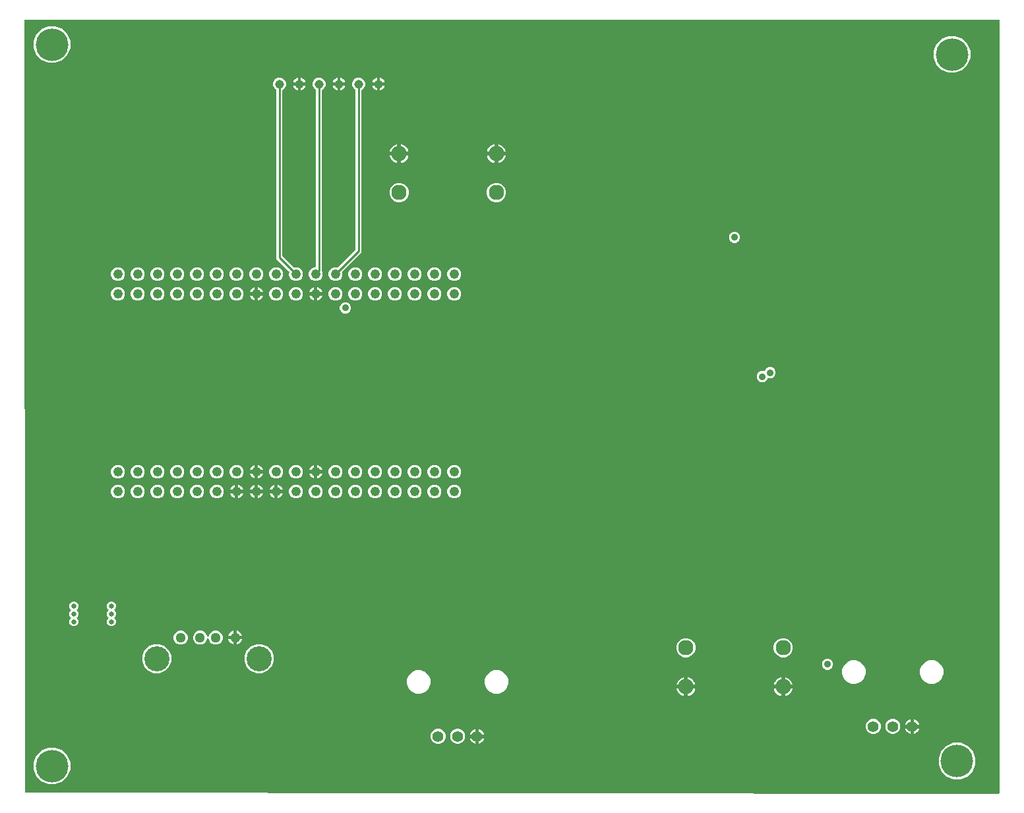
<source format=gbr>
G04 EAGLE Gerber RS-274X export*
G75*
%MOMM*%
%FSLAX34Y34*%
%LPD*%
%INCopper Layer 2*%
%IPPOS*%
%AMOC8*
5,1,8,0,0,1.08239X$1,22.5*%
G01*
%ADD10C,1.137919*%
%ADD11C,1.400000*%
%ADD12C,1.960000*%
%ADD13C,1.244600*%
%ADD14C,1.288000*%
%ADD15C,3.220000*%
%ADD16C,4.191000*%
%ADD17C,0.654800*%
%ADD18C,0.914400*%
%ADD19C,0.254000*%

G36*
X1253408Y2559D02*
X1253408Y2559D01*
X1253527Y2567D01*
X1253565Y2579D01*
X1253604Y2584D01*
X1253716Y2628D01*
X1253829Y2665D01*
X1253863Y2686D01*
X1253900Y2701D01*
X1253997Y2771D01*
X1254098Y2835D01*
X1254125Y2864D01*
X1254158Y2887D01*
X1254234Y2979D01*
X1254316Y3067D01*
X1254335Y3102D01*
X1254361Y3132D01*
X1254412Y3240D01*
X1254470Y3345D01*
X1254480Y3384D01*
X1254497Y3420D01*
X1254519Y3538D01*
X1254549Y3653D01*
X1254553Y3712D01*
X1254557Y3732D01*
X1254555Y3753D01*
X1254559Y3814D01*
X1254559Y996190D01*
X1254544Y996308D01*
X1254537Y996427D01*
X1254524Y996465D01*
X1254519Y996506D01*
X1254476Y996616D01*
X1254439Y996729D01*
X1254417Y996764D01*
X1254402Y996801D01*
X1254333Y996897D01*
X1254269Y996998D01*
X1254239Y997026D01*
X1254216Y997059D01*
X1254124Y997135D01*
X1254037Y997216D01*
X1254002Y997236D01*
X1253971Y997261D01*
X1253863Y997312D01*
X1253759Y997370D01*
X1253719Y997380D01*
X1253683Y997397D01*
X1253566Y997419D01*
X1253451Y997449D01*
X1253391Y997453D01*
X1253371Y997457D01*
X1253350Y997455D01*
X1253290Y997459D01*
X3814Y997459D01*
X3695Y997444D01*
X3576Y997437D01*
X3538Y997424D01*
X3498Y997419D01*
X3387Y997375D01*
X3273Y997338D01*
X3240Y997317D01*
X3203Y997302D01*
X3106Y997232D01*
X3005Y997168D01*
X2978Y997139D01*
X2945Y997116D01*
X2869Y997023D01*
X2787Y996936D01*
X2768Y996901D01*
X2742Y996871D01*
X2692Y996762D01*
X2634Y996657D01*
X2624Y996619D01*
X2607Y996583D01*
X2584Y996465D01*
X2555Y996349D01*
X2551Y996290D01*
X2547Y996271D01*
X2548Y996250D01*
X2545Y996189D01*
X3553Y5075D01*
X3568Y4958D01*
X3575Y4840D01*
X3588Y4801D01*
X3593Y4759D01*
X3636Y4650D01*
X3673Y4538D01*
X3695Y4502D01*
X3710Y4464D01*
X3780Y4369D01*
X3843Y4269D01*
X3873Y4240D01*
X3897Y4207D01*
X3988Y4132D01*
X4074Y4051D01*
X4110Y4031D01*
X4143Y4004D01*
X4249Y3954D01*
X4352Y3897D01*
X4393Y3887D01*
X4430Y3869D01*
X4546Y3847D01*
X4660Y3817D01*
X4722Y3813D01*
X4743Y3809D01*
X4763Y3811D01*
X4821Y3807D01*
X1253289Y2545D01*
X1253408Y2559D01*
G37*
%LPC*%
G36*
X400257Y661536D02*
X400257Y661536D01*
X397036Y662870D01*
X394570Y665336D01*
X393236Y668557D01*
X393236Y672043D01*
X394570Y675264D01*
X397036Y677730D01*
X400257Y679064D01*
X403743Y679064D01*
X404113Y678910D01*
X404142Y678903D01*
X404168Y678889D01*
X404295Y678861D01*
X404420Y678827D01*
X404449Y678826D01*
X404478Y678820D01*
X404608Y678824D01*
X404738Y678821D01*
X404767Y678828D01*
X404796Y678829D01*
X404921Y678865D01*
X405047Y678896D01*
X405073Y678909D01*
X405102Y678918D01*
X405213Y678984D01*
X405328Y679044D01*
X405350Y679064D01*
X405376Y679079D01*
X405496Y679186D01*
X427618Y701307D01*
X427678Y701385D01*
X427746Y701457D01*
X427775Y701510D01*
X427812Y701558D01*
X427852Y701649D01*
X427900Y701736D01*
X427915Y701794D01*
X427939Y701850D01*
X427954Y701948D01*
X427979Y702044D01*
X427985Y702144D01*
X427989Y702164D01*
X427987Y702176D01*
X427989Y702204D01*
X427989Y906222D01*
X427986Y906251D01*
X427988Y906281D01*
X427966Y906409D01*
X427949Y906537D01*
X427939Y906565D01*
X427934Y906594D01*
X427880Y906713D01*
X427832Y906833D01*
X427815Y906857D01*
X427803Y906884D01*
X427722Y906985D01*
X427646Y907090D01*
X427623Y907109D01*
X427604Y907132D01*
X427501Y907210D01*
X427401Y907293D01*
X427374Y907306D01*
X427350Y907324D01*
X427206Y907395D01*
X427138Y907423D01*
X424823Y909738D01*
X423570Y912763D01*
X423570Y916037D01*
X424823Y919062D01*
X427138Y921377D01*
X430163Y922630D01*
X433437Y922630D01*
X436462Y921377D01*
X438777Y919062D01*
X440030Y916037D01*
X440030Y912763D01*
X438777Y909738D01*
X436462Y907423D01*
X436394Y907395D01*
X436369Y907380D01*
X436341Y907371D01*
X436231Y907301D01*
X436118Y907237D01*
X436097Y907217D01*
X436072Y907201D01*
X435983Y907106D01*
X435890Y907016D01*
X435874Y906991D01*
X435854Y906969D01*
X435791Y906855D01*
X435723Y906745D01*
X435715Y906716D01*
X435700Y906691D01*
X435668Y906565D01*
X435630Y906441D01*
X435628Y906411D01*
X435621Y906383D01*
X435611Y906222D01*
X435611Y698522D01*
X410886Y673796D01*
X410867Y673773D01*
X410845Y673754D01*
X410770Y673648D01*
X410691Y673545D01*
X410679Y673518D01*
X410662Y673494D01*
X410616Y673373D01*
X410564Y673253D01*
X410560Y673224D01*
X410549Y673197D01*
X410535Y673068D01*
X410514Y672939D01*
X410517Y672910D01*
X410514Y672880D01*
X410532Y672752D01*
X410544Y672623D01*
X410554Y672595D01*
X410558Y672566D01*
X410610Y672413D01*
X410764Y672043D01*
X410764Y668557D01*
X409430Y665336D01*
X406964Y662870D01*
X403743Y661536D01*
X400257Y661536D01*
G37*
%LPD*%
%LPC*%
G36*
X349457Y661536D02*
X349457Y661536D01*
X346236Y662870D01*
X343770Y665336D01*
X342436Y668557D01*
X342436Y672043D01*
X342590Y672413D01*
X342597Y672442D01*
X342611Y672468D01*
X342639Y672595D01*
X342673Y672720D01*
X342674Y672749D01*
X342680Y672778D01*
X342676Y672908D01*
X342679Y673038D01*
X342672Y673067D01*
X342671Y673096D01*
X342635Y673221D01*
X342604Y673347D01*
X342591Y673373D01*
X342582Y673402D01*
X342516Y673513D01*
X342456Y673628D01*
X342436Y673650D01*
X342421Y673676D01*
X342314Y673796D01*
X326389Y689722D01*
X326389Y906222D01*
X326386Y906251D01*
X326388Y906281D01*
X326366Y906409D01*
X326349Y906537D01*
X326339Y906565D01*
X326333Y906594D01*
X326280Y906713D01*
X326232Y906833D01*
X326215Y906857D01*
X326203Y906884D01*
X326122Y906985D01*
X326046Y907091D01*
X326023Y907109D01*
X326004Y907132D01*
X325901Y907210D01*
X325801Y907293D01*
X325774Y907306D01*
X325750Y907324D01*
X325606Y907395D01*
X325538Y907423D01*
X323223Y909738D01*
X321970Y912763D01*
X321970Y916037D01*
X323223Y919062D01*
X325538Y921377D01*
X328563Y922630D01*
X331837Y922630D01*
X334862Y921377D01*
X337177Y919062D01*
X338430Y916037D01*
X338430Y912763D01*
X337177Y909738D01*
X334862Y907423D01*
X334794Y907395D01*
X334769Y907380D01*
X334741Y907371D01*
X334631Y907302D01*
X334518Y907237D01*
X334497Y907217D01*
X334472Y907201D01*
X334383Y907106D01*
X334290Y907016D01*
X334274Y906991D01*
X334254Y906969D01*
X334191Y906855D01*
X334123Y906745D01*
X334115Y906716D01*
X334100Y906691D01*
X334068Y906565D01*
X334030Y906441D01*
X334028Y906411D01*
X334021Y906383D01*
X334011Y906222D01*
X334011Y693404D01*
X334023Y693306D01*
X334026Y693207D01*
X334043Y693149D01*
X334051Y693089D01*
X334087Y692997D01*
X334115Y692901D01*
X334145Y692849D01*
X334168Y692793D01*
X334226Y692713D01*
X334276Y692628D01*
X334342Y692552D01*
X334354Y692536D01*
X334364Y692528D01*
X334382Y692507D01*
X347704Y679186D01*
X347727Y679167D01*
X347746Y679145D01*
X347852Y679070D01*
X347955Y678991D01*
X347982Y678979D01*
X348006Y678962D01*
X348127Y678916D01*
X348247Y678864D01*
X348276Y678860D01*
X348303Y678849D01*
X348432Y678835D01*
X348561Y678814D01*
X348590Y678817D01*
X348620Y678814D01*
X348748Y678832D01*
X348877Y678844D01*
X348905Y678854D01*
X348934Y678858D01*
X349087Y678910D01*
X349457Y679064D01*
X352943Y679064D01*
X356164Y677730D01*
X358630Y675264D01*
X359964Y672043D01*
X359964Y668557D01*
X358630Y665336D01*
X356164Y662870D01*
X352943Y661536D01*
X349457Y661536D01*
G37*
%LPD*%
%LPC*%
G36*
X374857Y661536D02*
X374857Y661536D01*
X371636Y662870D01*
X369170Y665336D01*
X367836Y668557D01*
X367836Y672043D01*
X369170Y675264D01*
X371636Y677730D01*
X374857Y679064D01*
X375920Y679064D01*
X376038Y679079D01*
X376157Y679086D01*
X376195Y679099D01*
X376236Y679104D01*
X376346Y679147D01*
X376459Y679184D01*
X376494Y679206D01*
X376531Y679221D01*
X376627Y679290D01*
X376728Y679354D01*
X376756Y679384D01*
X376789Y679407D01*
X376865Y679499D01*
X376946Y679586D01*
X376966Y679621D01*
X376991Y679652D01*
X377042Y679760D01*
X377100Y679864D01*
X377110Y679904D01*
X377127Y679940D01*
X377149Y680057D01*
X377179Y680172D01*
X377183Y680232D01*
X377187Y680252D01*
X377185Y680273D01*
X377189Y680333D01*
X377189Y906222D01*
X377186Y906251D01*
X377188Y906281D01*
X377166Y906409D01*
X377149Y906537D01*
X377139Y906565D01*
X377134Y906594D01*
X377080Y906713D01*
X377032Y906833D01*
X377015Y906857D01*
X377003Y906884D01*
X376922Y906985D01*
X376846Y907090D01*
X376823Y907109D01*
X376804Y907132D01*
X376701Y907210D01*
X376601Y907293D01*
X376574Y907306D01*
X376550Y907324D01*
X376406Y907395D01*
X376338Y907423D01*
X374023Y909738D01*
X372770Y912763D01*
X372770Y916037D01*
X374023Y919062D01*
X376338Y921377D01*
X379363Y922630D01*
X382637Y922630D01*
X385662Y921377D01*
X387977Y919062D01*
X389230Y916037D01*
X389230Y912763D01*
X387977Y909738D01*
X385662Y907423D01*
X385594Y907395D01*
X385569Y907380D01*
X385541Y907371D01*
X385431Y907301D01*
X385318Y907237D01*
X385297Y907217D01*
X385272Y907201D01*
X385183Y907106D01*
X385090Y907016D01*
X385074Y906991D01*
X385054Y906969D01*
X384991Y906855D01*
X384923Y906745D01*
X384915Y906716D01*
X384900Y906691D01*
X384868Y906565D01*
X384830Y906441D01*
X384828Y906411D01*
X384821Y906383D01*
X384811Y906222D01*
X384811Y673631D01*
X384812Y673622D01*
X384811Y673612D01*
X384832Y673464D01*
X384851Y673315D01*
X384854Y673307D01*
X384855Y673297D01*
X384907Y673145D01*
X385364Y672043D01*
X385364Y668557D01*
X384030Y665336D01*
X381564Y662870D01*
X378343Y661536D01*
X374857Y661536D01*
G37*
%LPD*%
%LPC*%
G36*
X1189126Y929004D02*
X1189126Y929004D01*
X1180491Y932581D01*
X1173881Y939191D01*
X1170304Y947826D01*
X1170304Y957174D01*
X1173881Y965809D01*
X1180491Y972419D01*
X1189126Y975996D01*
X1198474Y975996D01*
X1207109Y972419D01*
X1213719Y965809D01*
X1217296Y957174D01*
X1217296Y947826D01*
X1213719Y939191D01*
X1207109Y932581D01*
X1198474Y929004D01*
X1189126Y929004D01*
G37*
%LPD*%
%LPC*%
G36*
X33426Y941704D02*
X33426Y941704D01*
X24791Y945281D01*
X18181Y951891D01*
X14604Y960526D01*
X14604Y969874D01*
X18181Y978509D01*
X24791Y985119D01*
X33426Y988696D01*
X42774Y988696D01*
X51409Y985119D01*
X58019Y978509D01*
X61596Y969874D01*
X61596Y960526D01*
X58019Y951891D01*
X51409Y945281D01*
X42774Y941704D01*
X33426Y941704D01*
G37*
%LPD*%
%LPC*%
G36*
X1195476Y20954D02*
X1195476Y20954D01*
X1186841Y24531D01*
X1180231Y31141D01*
X1176654Y39776D01*
X1176654Y49124D01*
X1180231Y57759D01*
X1186841Y64369D01*
X1195476Y67946D01*
X1204824Y67946D01*
X1213459Y64369D01*
X1220069Y57759D01*
X1223646Y49124D01*
X1223646Y39776D01*
X1220069Y31141D01*
X1213459Y24531D01*
X1204824Y20954D01*
X1195476Y20954D01*
G37*
%LPD*%
%LPC*%
G36*
X33426Y14604D02*
X33426Y14604D01*
X24791Y18181D01*
X18181Y24791D01*
X14604Y33426D01*
X14604Y42774D01*
X18181Y51409D01*
X24791Y58019D01*
X33426Y61596D01*
X42774Y61596D01*
X51409Y58019D01*
X58019Y51409D01*
X61596Y42774D01*
X61596Y33426D01*
X58019Y24791D01*
X51409Y18181D01*
X42774Y14604D01*
X33426Y14604D01*
G37*
%LPD*%
%LPC*%
G36*
X300192Y157459D02*
X300192Y157459D01*
X293341Y160297D01*
X288097Y165541D01*
X285259Y172392D01*
X285259Y179808D01*
X288097Y186659D01*
X293341Y191903D01*
X300192Y194741D01*
X307608Y194741D01*
X314459Y191903D01*
X319703Y186659D01*
X322541Y179808D01*
X322541Y172392D01*
X319703Y165541D01*
X314459Y160297D01*
X307608Y157459D01*
X300192Y157459D01*
G37*
%LPD*%
%LPC*%
G36*
X168792Y157459D02*
X168792Y157459D01*
X161941Y160297D01*
X156697Y165541D01*
X153859Y172392D01*
X153859Y179808D01*
X156697Y186659D01*
X161941Y191903D01*
X168792Y194741D01*
X176208Y194741D01*
X183059Y191903D01*
X188303Y186659D01*
X191141Y179808D01*
X191141Y172392D01*
X188303Y165541D01*
X183059Y160297D01*
X176208Y157459D01*
X168792Y157459D01*
G37*
%LPD*%
%LPC*%
G36*
X505808Y131159D02*
X505808Y131159D01*
X500280Y133449D01*
X496049Y137680D01*
X493759Y143208D01*
X493759Y149192D01*
X496049Y154720D01*
X500280Y158951D01*
X505808Y161241D01*
X511792Y161241D01*
X517320Y158951D01*
X521551Y154720D01*
X523841Y149192D01*
X523841Y143208D01*
X521551Y137680D01*
X517320Y133449D01*
X511792Y131159D01*
X505808Y131159D01*
G37*
%LPD*%
%LPC*%
G36*
X605808Y131159D02*
X605808Y131159D01*
X600280Y133449D01*
X596049Y137680D01*
X593759Y143208D01*
X593759Y149192D01*
X596049Y154720D01*
X600280Y158951D01*
X605808Y161241D01*
X611792Y161241D01*
X617320Y158951D01*
X621551Y154720D01*
X623841Y149192D01*
X623841Y143208D01*
X621551Y137680D01*
X617320Y133449D01*
X611792Y131159D01*
X605808Y131159D01*
G37*
%LPD*%
%LPC*%
G36*
X1064608Y143859D02*
X1064608Y143859D01*
X1059080Y146149D01*
X1054849Y150380D01*
X1052559Y155908D01*
X1052559Y161892D01*
X1054849Y167420D01*
X1059080Y171651D01*
X1064608Y173941D01*
X1070592Y173941D01*
X1076120Y171651D01*
X1080351Y167420D01*
X1082641Y161892D01*
X1082641Y155908D01*
X1080351Y150380D01*
X1076120Y146149D01*
X1070592Y143859D01*
X1064608Y143859D01*
G37*
%LPD*%
%LPC*%
G36*
X1164608Y143859D02*
X1164608Y143859D01*
X1159080Y146149D01*
X1154849Y150380D01*
X1152559Y155908D01*
X1152559Y161892D01*
X1154849Y167420D01*
X1159080Y171651D01*
X1164608Y173941D01*
X1170592Y173941D01*
X1176120Y171651D01*
X1180351Y167420D01*
X1182641Y161892D01*
X1182641Y155908D01*
X1180351Y150380D01*
X1176120Y146149D01*
X1170592Y143859D01*
X1164608Y143859D01*
G37*
%LPD*%
%LPC*%
G36*
X226414Y194219D02*
X226414Y194219D01*
X223113Y195586D01*
X220586Y198113D01*
X219219Y201414D01*
X219219Y204986D01*
X220586Y208287D01*
X223113Y210814D01*
X226414Y212181D01*
X229986Y212181D01*
X233287Y210814D01*
X235814Y208287D01*
X237027Y205357D01*
X237096Y205236D01*
X237161Y205113D01*
X237175Y205098D01*
X237185Y205080D01*
X237282Y204980D01*
X237375Y204878D01*
X237392Y204866D01*
X237406Y204852D01*
X237524Y204779D01*
X237641Y204703D01*
X237660Y204696D01*
X237677Y204686D01*
X237810Y204645D01*
X237942Y204600D01*
X237962Y204598D01*
X237981Y204592D01*
X238120Y204585D01*
X238259Y204574D01*
X238279Y204578D01*
X238299Y204577D01*
X238435Y204605D01*
X238572Y204629D01*
X238591Y204637D01*
X238610Y204641D01*
X238735Y204702D01*
X238862Y204759D01*
X238878Y204772D01*
X238896Y204781D01*
X239002Y204871D01*
X239110Y204958D01*
X239123Y204974D01*
X239138Y204987D01*
X239218Y205101D01*
X239302Y205212D01*
X239314Y205237D01*
X239321Y205247D01*
X239328Y205267D01*
X239373Y205357D01*
X240586Y208287D01*
X243113Y210814D01*
X246414Y212181D01*
X249986Y212181D01*
X253287Y210814D01*
X255814Y208287D01*
X257181Y204986D01*
X257181Y201414D01*
X255814Y198113D01*
X253287Y195586D01*
X249986Y194219D01*
X246414Y194219D01*
X243113Y195586D01*
X240586Y198113D01*
X239373Y201043D01*
X239360Y201065D01*
X239353Y201087D01*
X239301Y201168D01*
X239239Y201287D01*
X239225Y201302D01*
X239215Y201320D01*
X239188Y201348D01*
X239183Y201356D01*
X239152Y201385D01*
X239118Y201420D01*
X239025Y201522D01*
X239008Y201533D01*
X238994Y201548D01*
X238875Y201621D01*
X238759Y201697D01*
X238740Y201704D01*
X238723Y201714D01*
X238590Y201755D01*
X238458Y201800D01*
X238438Y201802D01*
X238419Y201808D01*
X238280Y201815D01*
X238141Y201826D01*
X238121Y201822D01*
X238101Y201823D01*
X237965Y201795D01*
X237828Y201771D01*
X237809Y201763D01*
X237790Y201759D01*
X237664Y201697D01*
X237538Y201641D01*
X237522Y201628D01*
X237504Y201619D01*
X237398Y201529D01*
X237340Y201483D01*
X237327Y201473D01*
X237325Y201470D01*
X237290Y201442D01*
X237277Y201426D01*
X237262Y201413D01*
X237182Y201299D01*
X237170Y201283D01*
X237124Y201228D01*
X237118Y201214D01*
X237098Y201188D01*
X237086Y201163D01*
X237079Y201153D01*
X237072Y201133D01*
X237027Y201043D01*
X235814Y198113D01*
X233287Y195586D01*
X229986Y194219D01*
X226414Y194219D01*
G37*
%LPD*%
%LPC*%
G36*
X606145Y762759D02*
X606145Y762759D01*
X601610Y764638D01*
X598138Y768110D01*
X596259Y772645D01*
X596259Y777555D01*
X598138Y782090D01*
X601610Y785562D01*
X606145Y787441D01*
X611055Y787441D01*
X615590Y785562D01*
X619062Y782090D01*
X620941Y777555D01*
X620941Y772645D01*
X619062Y768110D01*
X615590Y764638D01*
X611055Y762759D01*
X606145Y762759D01*
G37*
%LPD*%
%LPC*%
G36*
X849445Y177759D02*
X849445Y177759D01*
X844910Y179638D01*
X841438Y183110D01*
X839559Y187645D01*
X839559Y192555D01*
X841438Y197090D01*
X844910Y200562D01*
X849445Y202441D01*
X854355Y202441D01*
X858890Y200562D01*
X862362Y197090D01*
X864241Y192555D01*
X864241Y187645D01*
X862362Y183110D01*
X858890Y179638D01*
X854355Y177759D01*
X849445Y177759D01*
G37*
%LPD*%
%LPC*%
G36*
X481145Y762759D02*
X481145Y762759D01*
X476610Y764638D01*
X473138Y768110D01*
X471259Y772645D01*
X471259Y777555D01*
X473138Y782090D01*
X476610Y785562D01*
X481145Y787441D01*
X486055Y787441D01*
X490590Y785562D01*
X494062Y782090D01*
X495941Y777555D01*
X495941Y772645D01*
X494062Y768110D01*
X490590Y764638D01*
X486055Y762759D01*
X481145Y762759D01*
G37*
%LPD*%
%LPC*%
G36*
X974445Y177759D02*
X974445Y177759D01*
X969910Y179638D01*
X966438Y183110D01*
X964559Y187645D01*
X964559Y192555D01*
X966438Y197090D01*
X969910Y200562D01*
X974445Y202441D01*
X979355Y202441D01*
X983890Y200562D01*
X987362Y197090D01*
X989241Y192555D01*
X989241Y187645D01*
X987362Y183110D01*
X983890Y179638D01*
X979355Y177759D01*
X974445Y177759D01*
G37*
%LPD*%
%LPC*%
G36*
X64883Y217705D02*
X64883Y217705D01*
X62746Y218590D01*
X61110Y220226D01*
X60225Y222363D01*
X60225Y224677D01*
X61110Y226814D01*
X61999Y227703D01*
X62072Y227797D01*
X62151Y227886D01*
X62169Y227922D01*
X62194Y227954D01*
X62242Y228063D01*
X62296Y228169D01*
X62304Y228208D01*
X62321Y228246D01*
X62339Y228363D01*
X62365Y228479D01*
X62364Y228520D01*
X62370Y228560D01*
X62359Y228678D01*
X62356Y228797D01*
X62344Y228836D01*
X62341Y228876D01*
X62300Y228988D01*
X62267Y229103D01*
X62247Y229138D01*
X62233Y229176D01*
X62166Y229274D01*
X62106Y229377D01*
X62066Y229422D01*
X62054Y229439D01*
X62039Y229452D01*
X61999Y229498D01*
X61110Y230386D01*
X60225Y232523D01*
X60225Y234837D01*
X61110Y236974D01*
X61999Y237863D01*
X62072Y237957D01*
X62151Y238046D01*
X62169Y238082D01*
X62194Y238114D01*
X62242Y238223D01*
X62296Y238329D01*
X62304Y238368D01*
X62321Y238406D01*
X62339Y238523D01*
X62365Y238639D01*
X62364Y238680D01*
X62370Y238720D01*
X62359Y238838D01*
X62356Y238957D01*
X62344Y238996D01*
X62341Y239036D01*
X62300Y239148D01*
X62267Y239263D01*
X62247Y239298D01*
X62233Y239336D01*
X62166Y239434D01*
X62106Y239537D01*
X62066Y239582D01*
X62054Y239599D01*
X62039Y239612D01*
X61999Y239658D01*
X61110Y240546D01*
X60225Y242683D01*
X60225Y244997D01*
X61110Y247134D01*
X62746Y248770D01*
X64883Y249655D01*
X67197Y249655D01*
X69334Y248770D01*
X70970Y247134D01*
X71855Y244997D01*
X71855Y242683D01*
X70970Y240546D01*
X70081Y239658D01*
X70008Y239564D01*
X69929Y239474D01*
X69911Y239438D01*
X69886Y239406D01*
X69839Y239297D01*
X69784Y239191D01*
X69776Y239152D01*
X69759Y239114D01*
X69741Y238997D01*
X69715Y238881D01*
X69716Y238840D01*
X69710Y238800D01*
X69721Y238682D01*
X69724Y238563D01*
X69736Y238524D01*
X69739Y238484D01*
X69780Y238371D01*
X69813Y238257D01*
X69833Y238223D01*
X69847Y238184D01*
X69914Y238086D01*
X69974Y237983D01*
X70014Y237938D01*
X70026Y237921D01*
X70041Y237908D01*
X70081Y237863D01*
X70970Y236974D01*
X71855Y234837D01*
X71855Y232523D01*
X70970Y230386D01*
X70081Y229498D01*
X70008Y229404D01*
X69929Y229314D01*
X69911Y229278D01*
X69886Y229246D01*
X69839Y229137D01*
X69784Y229031D01*
X69776Y228992D01*
X69759Y228954D01*
X69741Y228837D01*
X69715Y228721D01*
X69716Y228680D01*
X69710Y228640D01*
X69721Y228522D01*
X69724Y228403D01*
X69736Y228364D01*
X69739Y228324D01*
X69780Y228211D01*
X69813Y228097D01*
X69833Y228063D01*
X69847Y228024D01*
X69914Y227926D01*
X69974Y227823D01*
X70014Y227778D01*
X70026Y227761D01*
X70041Y227748D01*
X70081Y227703D01*
X70970Y226814D01*
X71855Y224677D01*
X71855Y222363D01*
X70970Y220226D01*
X69334Y218590D01*
X67197Y217705D01*
X64883Y217705D01*
G37*
%LPD*%
%LPC*%
G36*
X113143Y217705D02*
X113143Y217705D01*
X111006Y218590D01*
X109370Y220226D01*
X108485Y222363D01*
X108485Y224677D01*
X109370Y226814D01*
X110259Y227702D01*
X110332Y227796D01*
X110411Y227886D01*
X110429Y227922D01*
X110454Y227954D01*
X110501Y228063D01*
X110556Y228169D01*
X110564Y228208D01*
X110581Y228246D01*
X110599Y228363D01*
X110625Y228479D01*
X110624Y228520D01*
X110630Y228560D01*
X110619Y228678D01*
X110616Y228797D01*
X110604Y228836D01*
X110601Y228876D01*
X110560Y228989D01*
X110527Y229103D01*
X110507Y229137D01*
X110493Y229176D01*
X110426Y229274D01*
X110366Y229377D01*
X110326Y229422D01*
X110314Y229439D01*
X110299Y229452D01*
X110259Y229497D01*
X109370Y230386D01*
X108485Y232523D01*
X108485Y234837D01*
X109370Y236974D01*
X110259Y237862D01*
X110332Y237956D01*
X110411Y238046D01*
X110429Y238082D01*
X110454Y238114D01*
X110501Y238223D01*
X110556Y238329D01*
X110564Y238368D01*
X110581Y238406D01*
X110599Y238523D01*
X110625Y238639D01*
X110624Y238680D01*
X110630Y238720D01*
X110619Y238838D01*
X110616Y238957D01*
X110604Y238996D01*
X110601Y239036D01*
X110560Y239149D01*
X110527Y239263D01*
X110507Y239297D01*
X110493Y239336D01*
X110426Y239434D01*
X110366Y239537D01*
X110326Y239582D01*
X110314Y239599D01*
X110299Y239612D01*
X110259Y239657D01*
X109370Y240546D01*
X108485Y242683D01*
X108485Y244997D01*
X109370Y247134D01*
X111006Y248770D01*
X113143Y249655D01*
X115457Y249655D01*
X117594Y248770D01*
X119230Y247134D01*
X120115Y244997D01*
X120115Y242683D01*
X119230Y240546D01*
X118341Y239657D01*
X118268Y239563D01*
X118189Y239474D01*
X118171Y239438D01*
X118146Y239406D01*
X118098Y239297D01*
X118044Y239191D01*
X118036Y239152D01*
X118019Y239114D01*
X118001Y238997D01*
X117975Y238881D01*
X117976Y238840D01*
X117970Y238800D01*
X117981Y238682D01*
X117984Y238563D01*
X117996Y238524D01*
X117999Y238484D01*
X118040Y238372D01*
X118073Y238257D01*
X118093Y238222D01*
X118107Y238184D01*
X118174Y238086D01*
X118234Y237983D01*
X118274Y237938D01*
X118286Y237921D01*
X118301Y237908D01*
X118341Y237862D01*
X119230Y236974D01*
X120115Y234837D01*
X120115Y232523D01*
X119230Y230386D01*
X118341Y229497D01*
X118268Y229403D01*
X118189Y229314D01*
X118171Y229278D01*
X118146Y229246D01*
X118098Y229137D01*
X118044Y229031D01*
X118036Y228992D01*
X118019Y228954D01*
X118001Y228837D01*
X117975Y228721D01*
X117976Y228680D01*
X117970Y228640D01*
X117981Y228522D01*
X117984Y228403D01*
X117996Y228364D01*
X117999Y228324D01*
X118040Y228212D01*
X118073Y228097D01*
X118093Y228062D01*
X118107Y228024D01*
X118174Y227926D01*
X118234Y227823D01*
X118274Y227778D01*
X118286Y227761D01*
X118301Y227748D01*
X118341Y227702D01*
X119230Y226814D01*
X120115Y224677D01*
X120115Y222363D01*
X119230Y220226D01*
X117594Y218590D01*
X115457Y217705D01*
X113143Y217705D01*
G37*
%LPD*%
%LPC*%
G36*
X948545Y531367D02*
X948545Y531367D01*
X945931Y532450D01*
X943930Y534451D01*
X942847Y537065D01*
X942847Y539895D01*
X943930Y542509D01*
X945931Y544510D01*
X948545Y545593D01*
X951375Y545593D01*
X951814Y545411D01*
X951929Y545379D01*
X952041Y545341D01*
X952082Y545338D01*
X952121Y545327D01*
X952240Y545325D01*
X952358Y545316D01*
X952398Y545322D01*
X952439Y545322D01*
X952555Y545350D01*
X952672Y545370D01*
X952709Y545387D01*
X952748Y545396D01*
X952853Y545452D01*
X952962Y545501D01*
X952993Y545526D01*
X953029Y545545D01*
X953117Y545625D01*
X953210Y545699D01*
X953235Y545731D01*
X953264Y545759D01*
X953330Y545858D01*
X953401Y545953D01*
X953428Y546007D01*
X953439Y546024D01*
X953446Y546044D01*
X953472Y546098D01*
X954090Y547589D01*
X956091Y549590D01*
X958705Y550673D01*
X961535Y550673D01*
X964149Y549590D01*
X966150Y547589D01*
X967233Y544975D01*
X967233Y542145D01*
X966150Y539531D01*
X964149Y537530D01*
X961535Y536447D01*
X958705Y536447D01*
X958266Y536629D01*
X958151Y536661D01*
X958039Y536699D01*
X957998Y536702D01*
X957959Y536713D01*
X957840Y536715D01*
X957722Y536724D01*
X957682Y536718D01*
X957641Y536718D01*
X957525Y536690D01*
X957408Y536670D01*
X957371Y536653D01*
X957332Y536644D01*
X957227Y536588D01*
X957118Y536539D01*
X957087Y536514D01*
X957051Y536495D01*
X956963Y536415D01*
X956870Y536341D01*
X956845Y536309D01*
X956816Y536281D01*
X956750Y536182D01*
X956679Y536087D01*
X956652Y536033D01*
X956641Y536016D01*
X956634Y535996D01*
X956608Y535942D01*
X955990Y534451D01*
X953989Y532450D01*
X951375Y531367D01*
X948545Y531367D01*
G37*
%LPD*%
%LPC*%
G36*
X556902Y66659D02*
X556902Y66659D01*
X553396Y68112D01*
X550712Y70796D01*
X549259Y74302D01*
X549259Y78098D01*
X550712Y81604D01*
X553396Y84288D01*
X556902Y85741D01*
X560698Y85741D01*
X564204Y84288D01*
X566888Y81604D01*
X568341Y78098D01*
X568341Y74302D01*
X566888Y70796D01*
X564204Y68112D01*
X560698Y66659D01*
X556902Y66659D01*
G37*
%LPD*%
%LPC*%
G36*
X531902Y66659D02*
X531902Y66659D01*
X528396Y68112D01*
X525712Y70796D01*
X524259Y74302D01*
X524259Y78098D01*
X525712Y81604D01*
X528396Y84288D01*
X531902Y85741D01*
X535698Y85741D01*
X539204Y84288D01*
X541888Y81604D01*
X543341Y78098D01*
X543341Y74302D01*
X541888Y70796D01*
X539204Y68112D01*
X535698Y66659D01*
X531902Y66659D01*
G37*
%LPD*%
%LPC*%
G36*
X1115702Y79359D02*
X1115702Y79359D01*
X1112196Y80812D01*
X1109512Y83496D01*
X1108059Y87002D01*
X1108059Y90798D01*
X1109512Y94304D01*
X1112196Y96988D01*
X1115702Y98441D01*
X1119498Y98441D01*
X1123004Y96988D01*
X1125688Y94304D01*
X1127141Y90798D01*
X1127141Y87002D01*
X1125688Y83496D01*
X1123004Y80812D01*
X1119498Y79359D01*
X1115702Y79359D01*
G37*
%LPD*%
%LPC*%
G36*
X1090702Y79359D02*
X1090702Y79359D01*
X1087196Y80812D01*
X1084512Y83496D01*
X1083059Y87002D01*
X1083059Y90798D01*
X1084512Y94304D01*
X1087196Y96988D01*
X1090702Y98441D01*
X1094498Y98441D01*
X1098004Y96988D01*
X1100688Y94304D01*
X1102141Y90798D01*
X1102141Y87002D01*
X1100688Y83496D01*
X1098004Y80812D01*
X1094498Y79359D01*
X1090702Y79359D01*
G37*
%LPD*%
%LPC*%
G36*
X201414Y194219D02*
X201414Y194219D01*
X198113Y195586D01*
X195586Y198113D01*
X194219Y201414D01*
X194219Y204986D01*
X195586Y208287D01*
X198113Y210814D01*
X201414Y212181D01*
X204986Y212181D01*
X208287Y210814D01*
X210814Y208287D01*
X212181Y204986D01*
X212181Y201414D01*
X210814Y198113D01*
X208287Y195586D01*
X204986Y194219D01*
X201414Y194219D01*
G37*
%LPD*%
%LPC*%
G36*
X197057Y407536D02*
X197057Y407536D01*
X193836Y408870D01*
X191370Y411336D01*
X190036Y414557D01*
X190036Y418043D01*
X191370Y421264D01*
X193836Y423730D01*
X197057Y425064D01*
X200543Y425064D01*
X203764Y423730D01*
X206230Y421264D01*
X207564Y418043D01*
X207564Y414557D01*
X206230Y411336D01*
X203764Y408870D01*
X200543Y407536D01*
X197057Y407536D01*
G37*
%LPD*%
%LPC*%
G36*
X552657Y382136D02*
X552657Y382136D01*
X549436Y383470D01*
X546970Y385936D01*
X545636Y389157D01*
X545636Y392643D01*
X546970Y395864D01*
X549436Y398330D01*
X552657Y399664D01*
X556143Y399664D01*
X559364Y398330D01*
X561830Y395864D01*
X563164Y392643D01*
X563164Y389157D01*
X561830Y385936D01*
X559364Y383470D01*
X556143Y382136D01*
X552657Y382136D01*
G37*
%LPD*%
%LPC*%
G36*
X120857Y382136D02*
X120857Y382136D01*
X117636Y383470D01*
X115170Y385936D01*
X113836Y389157D01*
X113836Y392643D01*
X115170Y395864D01*
X117636Y398330D01*
X120857Y399664D01*
X124343Y399664D01*
X127564Y398330D01*
X130030Y395864D01*
X131364Y392643D01*
X131364Y389157D01*
X130030Y385936D01*
X127564Y383470D01*
X124343Y382136D01*
X120857Y382136D01*
G37*
%LPD*%
%LPC*%
G36*
X146257Y382136D02*
X146257Y382136D01*
X143036Y383470D01*
X140570Y385936D01*
X139236Y389157D01*
X139236Y392643D01*
X140570Y395864D01*
X143036Y398330D01*
X146257Y399664D01*
X149743Y399664D01*
X152964Y398330D01*
X155430Y395864D01*
X156764Y392643D01*
X156764Y389157D01*
X155430Y385936D01*
X152964Y383470D01*
X149743Y382136D01*
X146257Y382136D01*
G37*
%LPD*%
%LPC*%
G36*
X501857Y661536D02*
X501857Y661536D01*
X498636Y662870D01*
X496170Y665336D01*
X494836Y668557D01*
X494836Y672043D01*
X496170Y675264D01*
X498636Y677730D01*
X501857Y679064D01*
X505343Y679064D01*
X508564Y677730D01*
X511030Y675264D01*
X512364Y672043D01*
X512364Y668557D01*
X511030Y665336D01*
X508564Y662870D01*
X505343Y661536D01*
X501857Y661536D01*
G37*
%LPD*%
%LPC*%
G36*
X146257Y661536D02*
X146257Y661536D01*
X143036Y662870D01*
X140570Y665336D01*
X139236Y668557D01*
X139236Y672043D01*
X140570Y675264D01*
X143036Y677730D01*
X146257Y679064D01*
X149743Y679064D01*
X152964Y677730D01*
X155430Y675264D01*
X156764Y672043D01*
X156764Y668557D01*
X155430Y665336D01*
X152964Y662870D01*
X149743Y661536D01*
X146257Y661536D01*
G37*
%LPD*%
%LPC*%
G36*
X120857Y661536D02*
X120857Y661536D01*
X117636Y662870D01*
X115170Y665336D01*
X113836Y668557D01*
X113836Y672043D01*
X115170Y675264D01*
X117636Y677730D01*
X120857Y679064D01*
X124343Y679064D01*
X127564Y677730D01*
X130030Y675264D01*
X131364Y672043D01*
X131364Y668557D01*
X130030Y665336D01*
X127564Y662870D01*
X124343Y661536D01*
X120857Y661536D01*
G37*
%LPD*%
%LPC*%
G36*
X552657Y661536D02*
X552657Y661536D01*
X549436Y662870D01*
X546970Y665336D01*
X545636Y668557D01*
X545636Y672043D01*
X546970Y675264D01*
X549436Y677730D01*
X552657Y679064D01*
X556143Y679064D01*
X559364Y677730D01*
X561830Y675264D01*
X563164Y672043D01*
X563164Y668557D01*
X561830Y665336D01*
X559364Y662870D01*
X556143Y661536D01*
X552657Y661536D01*
G37*
%LPD*%
%LPC*%
G36*
X527257Y661536D02*
X527257Y661536D01*
X524036Y662870D01*
X521570Y665336D01*
X520236Y668557D01*
X520236Y672043D01*
X521570Y675264D01*
X524036Y677730D01*
X527257Y679064D01*
X530743Y679064D01*
X533964Y677730D01*
X536430Y675264D01*
X537764Y672043D01*
X537764Y668557D01*
X536430Y665336D01*
X533964Y662870D01*
X530743Y661536D01*
X527257Y661536D01*
G37*
%LPD*%
%LPC*%
G36*
X476457Y661536D02*
X476457Y661536D01*
X473236Y662870D01*
X470770Y665336D01*
X469436Y668557D01*
X469436Y672043D01*
X470770Y675264D01*
X473236Y677730D01*
X476457Y679064D01*
X479943Y679064D01*
X483164Y677730D01*
X485630Y675264D01*
X486964Y672043D01*
X486964Y668557D01*
X485630Y665336D01*
X483164Y662870D01*
X479943Y661536D01*
X476457Y661536D01*
G37*
%LPD*%
%LPC*%
G36*
X451057Y661536D02*
X451057Y661536D01*
X447836Y662870D01*
X445370Y665336D01*
X444036Y668557D01*
X444036Y672043D01*
X445370Y675264D01*
X447836Y677730D01*
X451057Y679064D01*
X454543Y679064D01*
X457764Y677730D01*
X460230Y675264D01*
X461564Y672043D01*
X461564Y668557D01*
X460230Y665336D01*
X457764Y662870D01*
X454543Y661536D01*
X451057Y661536D01*
G37*
%LPD*%
%LPC*%
G36*
X425657Y661536D02*
X425657Y661536D01*
X422436Y662870D01*
X419970Y665336D01*
X418636Y668557D01*
X418636Y672043D01*
X419970Y675264D01*
X422436Y677730D01*
X425657Y679064D01*
X429143Y679064D01*
X432364Y677730D01*
X434830Y675264D01*
X436164Y672043D01*
X436164Y668557D01*
X434830Y665336D01*
X432364Y662870D01*
X429143Y661536D01*
X425657Y661536D01*
G37*
%LPD*%
%LPC*%
G36*
X324057Y661536D02*
X324057Y661536D01*
X320836Y662870D01*
X318370Y665336D01*
X317036Y668557D01*
X317036Y672043D01*
X318370Y675264D01*
X320836Y677730D01*
X324057Y679064D01*
X327543Y679064D01*
X330764Y677730D01*
X333230Y675264D01*
X334564Y672043D01*
X334564Y668557D01*
X333230Y665336D01*
X330764Y662870D01*
X327543Y661536D01*
X324057Y661536D01*
G37*
%LPD*%
%LPC*%
G36*
X298657Y661536D02*
X298657Y661536D01*
X295436Y662870D01*
X292970Y665336D01*
X291636Y668557D01*
X291636Y672043D01*
X292970Y675264D01*
X295436Y677730D01*
X298657Y679064D01*
X302143Y679064D01*
X305364Y677730D01*
X307830Y675264D01*
X309164Y672043D01*
X309164Y668557D01*
X307830Y665336D01*
X305364Y662870D01*
X302143Y661536D01*
X298657Y661536D01*
G37*
%LPD*%
%LPC*%
G36*
X273257Y661536D02*
X273257Y661536D01*
X270036Y662870D01*
X267570Y665336D01*
X266236Y668557D01*
X266236Y672043D01*
X267570Y675264D01*
X270036Y677730D01*
X273257Y679064D01*
X276743Y679064D01*
X279964Y677730D01*
X282430Y675264D01*
X283764Y672043D01*
X283764Y668557D01*
X282430Y665336D01*
X279964Y662870D01*
X276743Y661536D01*
X273257Y661536D01*
G37*
%LPD*%
%LPC*%
G36*
X247857Y661536D02*
X247857Y661536D01*
X244636Y662870D01*
X242170Y665336D01*
X240836Y668557D01*
X240836Y672043D01*
X242170Y675264D01*
X244636Y677730D01*
X247857Y679064D01*
X251343Y679064D01*
X254564Y677730D01*
X257030Y675264D01*
X258364Y672043D01*
X258364Y668557D01*
X257030Y665336D01*
X254564Y662870D01*
X251343Y661536D01*
X247857Y661536D01*
G37*
%LPD*%
%LPC*%
G36*
X222457Y661536D02*
X222457Y661536D01*
X219236Y662870D01*
X216770Y665336D01*
X215436Y668557D01*
X215436Y672043D01*
X216770Y675264D01*
X219236Y677730D01*
X222457Y679064D01*
X225943Y679064D01*
X229164Y677730D01*
X231630Y675264D01*
X232964Y672043D01*
X232964Y668557D01*
X231630Y665336D01*
X229164Y662870D01*
X225943Y661536D01*
X222457Y661536D01*
G37*
%LPD*%
%LPC*%
G36*
X197057Y661536D02*
X197057Y661536D01*
X193836Y662870D01*
X191370Y665336D01*
X190036Y668557D01*
X190036Y672043D01*
X191370Y675264D01*
X193836Y677730D01*
X197057Y679064D01*
X200543Y679064D01*
X203764Y677730D01*
X206230Y675264D01*
X207564Y672043D01*
X207564Y668557D01*
X206230Y665336D01*
X203764Y662870D01*
X200543Y661536D01*
X197057Y661536D01*
G37*
%LPD*%
%LPC*%
G36*
X171657Y661536D02*
X171657Y661536D01*
X168436Y662870D01*
X165970Y665336D01*
X164636Y668557D01*
X164636Y672043D01*
X165970Y675264D01*
X168436Y677730D01*
X171657Y679064D01*
X175143Y679064D01*
X178364Y677730D01*
X180830Y675264D01*
X182164Y672043D01*
X182164Y668557D01*
X180830Y665336D01*
X178364Y662870D01*
X175143Y661536D01*
X171657Y661536D01*
G37*
%LPD*%
%LPC*%
G36*
X451057Y636136D02*
X451057Y636136D01*
X447836Y637470D01*
X445370Y639936D01*
X444036Y643157D01*
X444036Y646643D01*
X445370Y649864D01*
X447836Y652330D01*
X451057Y653664D01*
X454543Y653664D01*
X457764Y652330D01*
X460230Y649864D01*
X461564Y646643D01*
X461564Y643157D01*
X460230Y639936D01*
X457764Y637470D01*
X454543Y636136D01*
X451057Y636136D01*
G37*
%LPD*%
%LPC*%
G36*
X425657Y636136D02*
X425657Y636136D01*
X422436Y637470D01*
X419970Y639936D01*
X418636Y643157D01*
X418636Y646643D01*
X419970Y649864D01*
X422436Y652330D01*
X425657Y653664D01*
X429143Y653664D01*
X432364Y652330D01*
X434830Y649864D01*
X436164Y646643D01*
X436164Y643157D01*
X434830Y639936D01*
X432364Y637470D01*
X429143Y636136D01*
X425657Y636136D01*
G37*
%LPD*%
%LPC*%
G36*
X552657Y636136D02*
X552657Y636136D01*
X549436Y637470D01*
X546970Y639936D01*
X545636Y643157D01*
X545636Y646643D01*
X546970Y649864D01*
X549436Y652330D01*
X552657Y653664D01*
X556143Y653664D01*
X559364Y652330D01*
X561830Y649864D01*
X563164Y646643D01*
X563164Y643157D01*
X561830Y639936D01*
X559364Y637470D01*
X556143Y636136D01*
X552657Y636136D01*
G37*
%LPD*%
%LPC*%
G36*
X527257Y636136D02*
X527257Y636136D01*
X524036Y637470D01*
X521570Y639936D01*
X520236Y643157D01*
X520236Y646643D01*
X521570Y649864D01*
X524036Y652330D01*
X527257Y653664D01*
X530743Y653664D01*
X533964Y652330D01*
X536430Y649864D01*
X537764Y646643D01*
X537764Y643157D01*
X536430Y639936D01*
X533964Y637470D01*
X530743Y636136D01*
X527257Y636136D01*
G37*
%LPD*%
%LPC*%
G36*
X501857Y636136D02*
X501857Y636136D01*
X498636Y637470D01*
X496170Y639936D01*
X494836Y643157D01*
X494836Y646643D01*
X496170Y649864D01*
X498636Y652330D01*
X501857Y653664D01*
X505343Y653664D01*
X508564Y652330D01*
X511030Y649864D01*
X512364Y646643D01*
X512364Y643157D01*
X511030Y639936D01*
X508564Y637470D01*
X505343Y636136D01*
X501857Y636136D01*
G37*
%LPD*%
%LPC*%
G36*
X476457Y636136D02*
X476457Y636136D01*
X473236Y637470D01*
X470770Y639936D01*
X469436Y643157D01*
X469436Y646643D01*
X470770Y649864D01*
X473236Y652330D01*
X476457Y653664D01*
X479943Y653664D01*
X483164Y652330D01*
X485630Y649864D01*
X486964Y646643D01*
X486964Y643157D01*
X485630Y639936D01*
X483164Y637470D01*
X479943Y636136D01*
X476457Y636136D01*
G37*
%LPD*%
%LPC*%
G36*
X400257Y636136D02*
X400257Y636136D01*
X397036Y637470D01*
X394570Y639936D01*
X393236Y643157D01*
X393236Y646643D01*
X394570Y649864D01*
X397036Y652330D01*
X400257Y653664D01*
X403743Y653664D01*
X406964Y652330D01*
X409430Y649864D01*
X410764Y646643D01*
X410764Y643157D01*
X409430Y639936D01*
X406964Y637470D01*
X403743Y636136D01*
X400257Y636136D01*
G37*
%LPD*%
%LPC*%
G36*
X349457Y636136D02*
X349457Y636136D01*
X346236Y637470D01*
X343770Y639936D01*
X342436Y643157D01*
X342436Y646643D01*
X343770Y649864D01*
X346236Y652330D01*
X349457Y653664D01*
X352943Y653664D01*
X356164Y652330D01*
X358630Y649864D01*
X359964Y646643D01*
X359964Y643157D01*
X358630Y639936D01*
X356164Y637470D01*
X352943Y636136D01*
X349457Y636136D01*
G37*
%LPD*%
%LPC*%
G36*
X324057Y636136D02*
X324057Y636136D01*
X320836Y637470D01*
X318370Y639936D01*
X317036Y643157D01*
X317036Y646643D01*
X318370Y649864D01*
X320836Y652330D01*
X324057Y653664D01*
X327543Y653664D01*
X330764Y652330D01*
X333230Y649864D01*
X334564Y646643D01*
X334564Y643157D01*
X333230Y639936D01*
X330764Y637470D01*
X327543Y636136D01*
X324057Y636136D01*
G37*
%LPD*%
%LPC*%
G36*
X273257Y636136D02*
X273257Y636136D01*
X270036Y637470D01*
X267570Y639936D01*
X266236Y643157D01*
X266236Y646643D01*
X267570Y649864D01*
X270036Y652330D01*
X273257Y653664D01*
X276743Y653664D01*
X279964Y652330D01*
X282430Y649864D01*
X283764Y646643D01*
X283764Y643157D01*
X282430Y639936D01*
X279964Y637470D01*
X276743Y636136D01*
X273257Y636136D01*
G37*
%LPD*%
%LPC*%
G36*
X247857Y636136D02*
X247857Y636136D01*
X244636Y637470D01*
X242170Y639936D01*
X240836Y643157D01*
X240836Y646643D01*
X242170Y649864D01*
X244636Y652330D01*
X247857Y653664D01*
X251343Y653664D01*
X254564Y652330D01*
X257030Y649864D01*
X258364Y646643D01*
X258364Y643157D01*
X257030Y639936D01*
X254564Y637470D01*
X251343Y636136D01*
X247857Y636136D01*
G37*
%LPD*%
%LPC*%
G36*
X222457Y636136D02*
X222457Y636136D01*
X219236Y637470D01*
X216770Y639936D01*
X215436Y643157D01*
X215436Y646643D01*
X216770Y649864D01*
X219236Y652330D01*
X222457Y653664D01*
X225943Y653664D01*
X229164Y652330D01*
X231630Y649864D01*
X232964Y646643D01*
X232964Y643157D01*
X231630Y639936D01*
X229164Y637470D01*
X225943Y636136D01*
X222457Y636136D01*
G37*
%LPD*%
%LPC*%
G36*
X197057Y636136D02*
X197057Y636136D01*
X193836Y637470D01*
X191370Y639936D01*
X190036Y643157D01*
X190036Y646643D01*
X191370Y649864D01*
X193836Y652330D01*
X197057Y653664D01*
X200543Y653664D01*
X203764Y652330D01*
X206230Y649864D01*
X207564Y646643D01*
X207564Y643157D01*
X206230Y639936D01*
X203764Y637470D01*
X200543Y636136D01*
X197057Y636136D01*
G37*
%LPD*%
%LPC*%
G36*
X171657Y636136D02*
X171657Y636136D01*
X168436Y637470D01*
X165970Y639936D01*
X164636Y643157D01*
X164636Y646643D01*
X165970Y649864D01*
X168436Y652330D01*
X171657Y653664D01*
X175143Y653664D01*
X178364Y652330D01*
X180830Y649864D01*
X182164Y646643D01*
X182164Y643157D01*
X180830Y639936D01*
X178364Y637470D01*
X175143Y636136D01*
X171657Y636136D01*
G37*
%LPD*%
%LPC*%
G36*
X146257Y636136D02*
X146257Y636136D01*
X143036Y637470D01*
X140570Y639936D01*
X139236Y643157D01*
X139236Y646643D01*
X140570Y649864D01*
X143036Y652330D01*
X146257Y653664D01*
X149743Y653664D01*
X152964Y652330D01*
X155430Y649864D01*
X156764Y646643D01*
X156764Y643157D01*
X155430Y639936D01*
X152964Y637470D01*
X149743Y636136D01*
X146257Y636136D01*
G37*
%LPD*%
%LPC*%
G36*
X120857Y636136D02*
X120857Y636136D01*
X117636Y637470D01*
X115170Y639936D01*
X113836Y643157D01*
X113836Y646643D01*
X115170Y649864D01*
X117636Y652330D01*
X120857Y653664D01*
X124343Y653664D01*
X127564Y652330D01*
X130030Y649864D01*
X131364Y646643D01*
X131364Y643157D01*
X130030Y639936D01*
X127564Y637470D01*
X124343Y636136D01*
X120857Y636136D01*
G37*
%LPD*%
%LPC*%
G36*
X171657Y382136D02*
X171657Y382136D01*
X168436Y383470D01*
X165970Y385936D01*
X164636Y389157D01*
X164636Y392643D01*
X165970Y395864D01*
X168436Y398330D01*
X171657Y399664D01*
X175143Y399664D01*
X178364Y398330D01*
X180830Y395864D01*
X182164Y392643D01*
X182164Y389157D01*
X180830Y385936D01*
X178364Y383470D01*
X175143Y382136D01*
X171657Y382136D01*
G37*
%LPD*%
%LPC*%
G36*
X197057Y382136D02*
X197057Y382136D01*
X193836Y383470D01*
X191370Y385936D01*
X190036Y389157D01*
X190036Y392643D01*
X191370Y395864D01*
X193836Y398330D01*
X197057Y399664D01*
X200543Y399664D01*
X203764Y398330D01*
X206230Y395864D01*
X207564Y392643D01*
X207564Y389157D01*
X206230Y385936D01*
X203764Y383470D01*
X200543Y382136D01*
X197057Y382136D01*
G37*
%LPD*%
%LPC*%
G36*
X222457Y382136D02*
X222457Y382136D01*
X219236Y383470D01*
X216770Y385936D01*
X215436Y389157D01*
X215436Y392643D01*
X216770Y395864D01*
X219236Y398330D01*
X222457Y399664D01*
X225943Y399664D01*
X229164Y398330D01*
X231630Y395864D01*
X232964Y392643D01*
X232964Y389157D01*
X231630Y385936D01*
X229164Y383470D01*
X225943Y382136D01*
X222457Y382136D01*
G37*
%LPD*%
%LPC*%
G36*
X247857Y382136D02*
X247857Y382136D01*
X244636Y383470D01*
X242170Y385936D01*
X240836Y389157D01*
X240836Y392643D01*
X242170Y395864D01*
X244636Y398330D01*
X247857Y399664D01*
X251343Y399664D01*
X254564Y398330D01*
X257030Y395864D01*
X258364Y392643D01*
X258364Y389157D01*
X257030Y385936D01*
X254564Y383470D01*
X251343Y382136D01*
X247857Y382136D01*
G37*
%LPD*%
%LPC*%
G36*
X349457Y382136D02*
X349457Y382136D01*
X346236Y383470D01*
X343770Y385936D01*
X342436Y389157D01*
X342436Y392643D01*
X343770Y395864D01*
X346236Y398330D01*
X349457Y399664D01*
X352943Y399664D01*
X356164Y398330D01*
X358630Y395864D01*
X359964Y392643D01*
X359964Y389157D01*
X358630Y385936D01*
X356164Y383470D01*
X352943Y382136D01*
X349457Y382136D01*
G37*
%LPD*%
%LPC*%
G36*
X374857Y382136D02*
X374857Y382136D01*
X371636Y383470D01*
X369170Y385936D01*
X367836Y389157D01*
X367836Y392643D01*
X369170Y395864D01*
X371636Y398330D01*
X374857Y399664D01*
X378343Y399664D01*
X381564Y398330D01*
X384030Y395864D01*
X385364Y392643D01*
X385364Y389157D01*
X384030Y385936D01*
X381564Y383470D01*
X378343Y382136D01*
X374857Y382136D01*
G37*
%LPD*%
%LPC*%
G36*
X400257Y382136D02*
X400257Y382136D01*
X397036Y383470D01*
X394570Y385936D01*
X393236Y389157D01*
X393236Y392643D01*
X394570Y395864D01*
X397036Y398330D01*
X400257Y399664D01*
X403743Y399664D01*
X406964Y398330D01*
X409430Y395864D01*
X410764Y392643D01*
X410764Y389157D01*
X409430Y385936D01*
X406964Y383470D01*
X403743Y382136D01*
X400257Y382136D01*
G37*
%LPD*%
%LPC*%
G36*
X425657Y382136D02*
X425657Y382136D01*
X422436Y383470D01*
X419970Y385936D01*
X418636Y389157D01*
X418636Y392643D01*
X419970Y395864D01*
X422436Y398330D01*
X425657Y399664D01*
X429143Y399664D01*
X432364Y398330D01*
X434830Y395864D01*
X436164Y392643D01*
X436164Y389157D01*
X434830Y385936D01*
X432364Y383470D01*
X429143Y382136D01*
X425657Y382136D01*
G37*
%LPD*%
%LPC*%
G36*
X451057Y382136D02*
X451057Y382136D01*
X447836Y383470D01*
X445370Y385936D01*
X444036Y389157D01*
X444036Y392643D01*
X445370Y395864D01*
X447836Y398330D01*
X451057Y399664D01*
X454543Y399664D01*
X457764Y398330D01*
X460230Y395864D01*
X461564Y392643D01*
X461564Y389157D01*
X460230Y385936D01*
X457764Y383470D01*
X454543Y382136D01*
X451057Y382136D01*
G37*
%LPD*%
%LPC*%
G36*
X476457Y382136D02*
X476457Y382136D01*
X473236Y383470D01*
X470770Y385936D01*
X469436Y389157D01*
X469436Y392643D01*
X470770Y395864D01*
X473236Y398330D01*
X476457Y399664D01*
X479943Y399664D01*
X483164Y398330D01*
X485630Y395864D01*
X486964Y392643D01*
X486964Y389157D01*
X485630Y385936D01*
X483164Y383470D01*
X479943Y382136D01*
X476457Y382136D01*
G37*
%LPD*%
%LPC*%
G36*
X400257Y407536D02*
X400257Y407536D01*
X397036Y408870D01*
X394570Y411336D01*
X393236Y414557D01*
X393236Y418043D01*
X394570Y421264D01*
X397036Y423730D01*
X400257Y425064D01*
X403743Y425064D01*
X406964Y423730D01*
X409430Y421264D01*
X410764Y418043D01*
X410764Y414557D01*
X409430Y411336D01*
X406964Y408870D01*
X403743Y407536D01*
X400257Y407536D01*
G37*
%LPD*%
%LPC*%
G36*
X349457Y407536D02*
X349457Y407536D01*
X346236Y408870D01*
X343770Y411336D01*
X342436Y414557D01*
X342436Y418043D01*
X343770Y421264D01*
X346236Y423730D01*
X349457Y425064D01*
X352943Y425064D01*
X356164Y423730D01*
X358630Y421264D01*
X359964Y418043D01*
X359964Y414557D01*
X358630Y411336D01*
X356164Y408870D01*
X352943Y407536D01*
X349457Y407536D01*
G37*
%LPD*%
%LPC*%
G36*
X552657Y407536D02*
X552657Y407536D01*
X549436Y408870D01*
X546970Y411336D01*
X545636Y414557D01*
X545636Y418043D01*
X546970Y421264D01*
X549436Y423730D01*
X552657Y425064D01*
X556143Y425064D01*
X559364Y423730D01*
X561830Y421264D01*
X563164Y418043D01*
X563164Y414557D01*
X561830Y411336D01*
X559364Y408870D01*
X556143Y407536D01*
X552657Y407536D01*
G37*
%LPD*%
%LPC*%
G36*
X527257Y407536D02*
X527257Y407536D01*
X524036Y408870D01*
X521570Y411336D01*
X520236Y414557D01*
X520236Y418043D01*
X521570Y421264D01*
X524036Y423730D01*
X527257Y425064D01*
X530743Y425064D01*
X533964Y423730D01*
X536430Y421264D01*
X537764Y418043D01*
X537764Y414557D01*
X536430Y411336D01*
X533964Y408870D01*
X530743Y407536D01*
X527257Y407536D01*
G37*
%LPD*%
%LPC*%
G36*
X501857Y407536D02*
X501857Y407536D01*
X498636Y408870D01*
X496170Y411336D01*
X494836Y414557D01*
X494836Y418043D01*
X496170Y421264D01*
X498636Y423730D01*
X501857Y425064D01*
X505343Y425064D01*
X508564Y423730D01*
X511030Y421264D01*
X512364Y418043D01*
X512364Y414557D01*
X511030Y411336D01*
X508564Y408870D01*
X505343Y407536D01*
X501857Y407536D01*
G37*
%LPD*%
%LPC*%
G36*
X476457Y407536D02*
X476457Y407536D01*
X473236Y408870D01*
X470770Y411336D01*
X469436Y414557D01*
X469436Y418043D01*
X470770Y421264D01*
X473236Y423730D01*
X476457Y425064D01*
X479943Y425064D01*
X483164Y423730D01*
X485630Y421264D01*
X486964Y418043D01*
X486964Y414557D01*
X485630Y411336D01*
X483164Y408870D01*
X479943Y407536D01*
X476457Y407536D01*
G37*
%LPD*%
%LPC*%
G36*
X451057Y407536D02*
X451057Y407536D01*
X447836Y408870D01*
X445370Y411336D01*
X444036Y414557D01*
X444036Y418043D01*
X445370Y421264D01*
X447836Y423730D01*
X451057Y425064D01*
X454543Y425064D01*
X457764Y423730D01*
X460230Y421264D01*
X461564Y418043D01*
X461564Y414557D01*
X460230Y411336D01*
X457764Y408870D01*
X454543Y407536D01*
X451057Y407536D01*
G37*
%LPD*%
%LPC*%
G36*
X425657Y407536D02*
X425657Y407536D01*
X422436Y408870D01*
X419970Y411336D01*
X418636Y414557D01*
X418636Y418043D01*
X419970Y421264D01*
X422436Y423730D01*
X425657Y425064D01*
X429143Y425064D01*
X432364Y423730D01*
X434830Y421264D01*
X436164Y418043D01*
X436164Y414557D01*
X434830Y411336D01*
X432364Y408870D01*
X429143Y407536D01*
X425657Y407536D01*
G37*
%LPD*%
%LPC*%
G36*
X324057Y407536D02*
X324057Y407536D01*
X320836Y408870D01*
X318370Y411336D01*
X317036Y414557D01*
X317036Y418043D01*
X318370Y421264D01*
X320836Y423730D01*
X324057Y425064D01*
X327543Y425064D01*
X330764Y423730D01*
X333230Y421264D01*
X334564Y418043D01*
X334564Y414557D01*
X333230Y411336D01*
X330764Y408870D01*
X327543Y407536D01*
X324057Y407536D01*
G37*
%LPD*%
%LPC*%
G36*
X273257Y407536D02*
X273257Y407536D01*
X270036Y408870D01*
X267570Y411336D01*
X266236Y414557D01*
X266236Y418043D01*
X267570Y421264D01*
X270036Y423730D01*
X273257Y425064D01*
X276743Y425064D01*
X279964Y423730D01*
X282430Y421264D01*
X283764Y418043D01*
X283764Y414557D01*
X282430Y411336D01*
X279964Y408870D01*
X276743Y407536D01*
X273257Y407536D01*
G37*
%LPD*%
%LPC*%
G36*
X501857Y382136D02*
X501857Y382136D01*
X498636Y383470D01*
X496170Y385936D01*
X494836Y389157D01*
X494836Y392643D01*
X496170Y395864D01*
X498636Y398330D01*
X501857Y399664D01*
X505343Y399664D01*
X508564Y398330D01*
X511030Y395864D01*
X512364Y392643D01*
X512364Y389157D01*
X511030Y385936D01*
X508564Y383470D01*
X505343Y382136D01*
X501857Y382136D01*
G37*
%LPD*%
%LPC*%
G36*
X222457Y407536D02*
X222457Y407536D01*
X219236Y408870D01*
X216770Y411336D01*
X215436Y414557D01*
X215436Y418043D01*
X216770Y421264D01*
X219236Y423730D01*
X222457Y425064D01*
X225943Y425064D01*
X229164Y423730D01*
X231630Y421264D01*
X232964Y418043D01*
X232964Y414557D01*
X231630Y411336D01*
X229164Y408870D01*
X225943Y407536D01*
X222457Y407536D01*
G37*
%LPD*%
%LPC*%
G36*
X527257Y382136D02*
X527257Y382136D01*
X524036Y383470D01*
X521570Y385936D01*
X520236Y389157D01*
X520236Y392643D01*
X521570Y395864D01*
X524036Y398330D01*
X527257Y399664D01*
X530743Y399664D01*
X533964Y398330D01*
X536430Y395864D01*
X537764Y392643D01*
X537764Y389157D01*
X536430Y385936D01*
X533964Y383470D01*
X530743Y382136D01*
X527257Y382136D01*
G37*
%LPD*%
%LPC*%
G36*
X171657Y407536D02*
X171657Y407536D01*
X168436Y408870D01*
X165970Y411336D01*
X164636Y414557D01*
X164636Y418043D01*
X165970Y421264D01*
X168436Y423730D01*
X171657Y425064D01*
X175143Y425064D01*
X178364Y423730D01*
X180830Y421264D01*
X182164Y418043D01*
X182164Y414557D01*
X180830Y411336D01*
X178364Y408870D01*
X175143Y407536D01*
X171657Y407536D01*
G37*
%LPD*%
%LPC*%
G36*
X146257Y407536D02*
X146257Y407536D01*
X143036Y408870D01*
X140570Y411336D01*
X139236Y414557D01*
X139236Y418043D01*
X140570Y421264D01*
X143036Y423730D01*
X146257Y425064D01*
X149743Y425064D01*
X152964Y423730D01*
X155430Y421264D01*
X156764Y418043D01*
X156764Y414557D01*
X155430Y411336D01*
X152964Y408870D01*
X149743Y407536D01*
X146257Y407536D01*
G37*
%LPD*%
%LPC*%
G36*
X120857Y407536D02*
X120857Y407536D01*
X117636Y408870D01*
X115170Y411336D01*
X113836Y414557D01*
X113836Y418043D01*
X115170Y421264D01*
X117636Y423730D01*
X120857Y425064D01*
X124343Y425064D01*
X127564Y423730D01*
X130030Y421264D01*
X131364Y418043D01*
X131364Y414557D01*
X130030Y411336D01*
X127564Y408870D01*
X124343Y407536D01*
X120857Y407536D01*
G37*
%LPD*%
%LPC*%
G36*
X247857Y407536D02*
X247857Y407536D01*
X244636Y408870D01*
X242170Y411336D01*
X240836Y414557D01*
X240836Y418043D01*
X242170Y421264D01*
X244636Y423730D01*
X247857Y425064D01*
X251343Y425064D01*
X254564Y423730D01*
X257030Y421264D01*
X258364Y418043D01*
X258364Y414557D01*
X257030Y411336D01*
X254564Y408870D01*
X251343Y407536D01*
X247857Y407536D01*
G37*
%LPD*%
%LPC*%
G36*
X1032365Y161797D02*
X1032365Y161797D01*
X1029751Y162880D01*
X1027750Y164881D01*
X1026667Y167495D01*
X1026667Y170325D01*
X1027750Y172939D01*
X1029751Y174940D01*
X1032365Y176023D01*
X1035195Y176023D01*
X1037809Y174940D01*
X1039810Y172939D01*
X1040893Y170325D01*
X1040893Y167495D01*
X1039810Y164881D01*
X1037809Y162880D01*
X1035195Y161797D01*
X1032365Y161797D01*
G37*
%LPD*%
%LPC*%
G36*
X413285Y619587D02*
X413285Y619587D01*
X410671Y620670D01*
X408670Y622671D01*
X407587Y625285D01*
X407587Y628115D01*
X408670Y630729D01*
X410671Y632730D01*
X413285Y633813D01*
X416115Y633813D01*
X418729Y632730D01*
X420730Y630729D01*
X421813Y628115D01*
X421813Y625285D01*
X420730Y622671D01*
X418729Y620670D01*
X416115Y619587D01*
X413285Y619587D01*
G37*
%LPD*%
%LPC*%
G36*
X912985Y710437D02*
X912985Y710437D01*
X910371Y711520D01*
X908370Y713521D01*
X907287Y716135D01*
X907287Y718965D01*
X908370Y721579D01*
X910371Y723580D01*
X912985Y724663D01*
X915815Y724663D01*
X918429Y723580D01*
X920430Y721579D01*
X921513Y718965D01*
X921513Y716135D01*
X920430Y713521D01*
X918429Y711520D01*
X915815Y710437D01*
X912985Y710437D01*
G37*
%LPD*%
%LPC*%
G36*
X611139Y827639D02*
X611139Y827639D01*
X611139Y837192D01*
X611490Y837137D01*
X613337Y836537D01*
X615068Y835655D01*
X616639Y834513D01*
X618013Y833139D01*
X619155Y831568D01*
X620037Y829837D01*
X620637Y827990D01*
X620692Y827639D01*
X611139Y827639D01*
G37*
%LPD*%
%LPC*%
G36*
X486139Y827639D02*
X486139Y827639D01*
X486139Y837192D01*
X486490Y837137D01*
X488337Y836537D01*
X490068Y835655D01*
X491639Y834513D01*
X493013Y833139D01*
X494155Y831568D01*
X495037Y829837D01*
X495637Y827990D01*
X495692Y827639D01*
X486139Y827639D01*
G37*
%LPD*%
%LPC*%
G36*
X979439Y142639D02*
X979439Y142639D01*
X979439Y152192D01*
X979790Y152137D01*
X981637Y151537D01*
X983368Y150655D01*
X984939Y149513D01*
X986313Y148139D01*
X987455Y146568D01*
X988337Y144837D01*
X988937Y142990D01*
X988992Y142639D01*
X979439Y142639D01*
G37*
%LPD*%
%LPC*%
G36*
X854439Y142639D02*
X854439Y142639D01*
X854439Y152192D01*
X854790Y152137D01*
X856637Y151537D01*
X858368Y150655D01*
X859939Y149513D01*
X861313Y148139D01*
X862455Y146568D01*
X863337Y144837D01*
X863937Y142990D01*
X863992Y142639D01*
X854439Y142639D01*
G37*
%LPD*%
%LPC*%
G36*
X979439Y137561D02*
X979439Y137561D01*
X988992Y137561D01*
X988937Y137210D01*
X988337Y135363D01*
X987455Y133632D01*
X986313Y132061D01*
X984939Y130687D01*
X983368Y129545D01*
X981637Y128663D01*
X979790Y128063D01*
X979439Y128008D01*
X979439Y137561D01*
G37*
%LPD*%
%LPC*%
G36*
X486139Y822561D02*
X486139Y822561D01*
X495692Y822561D01*
X495637Y822210D01*
X495037Y820363D01*
X494155Y818632D01*
X493013Y817061D01*
X491639Y815687D01*
X490068Y814545D01*
X488337Y813663D01*
X486490Y813063D01*
X486139Y813008D01*
X486139Y822561D01*
G37*
%LPD*%
%LPC*%
G36*
X839808Y142639D02*
X839808Y142639D01*
X839863Y142990D01*
X840463Y144837D01*
X841345Y146568D01*
X842487Y148139D01*
X843861Y149513D01*
X845432Y150655D01*
X847163Y151537D01*
X849010Y152137D01*
X849361Y152192D01*
X849361Y142639D01*
X839808Y142639D01*
G37*
%LPD*%
%LPC*%
G36*
X471508Y827639D02*
X471508Y827639D01*
X471563Y827990D01*
X472163Y829837D01*
X473045Y831568D01*
X474187Y833139D01*
X475561Y834513D01*
X477132Y835655D01*
X478863Y836537D01*
X480710Y837137D01*
X481061Y837192D01*
X481061Y827639D01*
X471508Y827639D01*
G37*
%LPD*%
%LPC*%
G36*
X854439Y137561D02*
X854439Y137561D01*
X863992Y137561D01*
X863937Y137210D01*
X863337Y135363D01*
X862455Y133632D01*
X861313Y132061D01*
X859939Y130687D01*
X858368Y129545D01*
X856637Y128663D01*
X854790Y128063D01*
X854439Y128008D01*
X854439Y137561D01*
G37*
%LPD*%
%LPC*%
G36*
X596508Y827639D02*
X596508Y827639D01*
X596563Y827990D01*
X597163Y829837D01*
X598045Y831568D01*
X599187Y833139D01*
X600561Y834513D01*
X602132Y835655D01*
X603863Y836537D01*
X605710Y837137D01*
X606061Y837192D01*
X606061Y827639D01*
X596508Y827639D01*
G37*
%LPD*%
%LPC*%
G36*
X611139Y822561D02*
X611139Y822561D01*
X620692Y822561D01*
X620637Y822210D01*
X620037Y820363D01*
X619155Y818632D01*
X618013Y817061D01*
X616639Y815687D01*
X615068Y814545D01*
X613337Y813663D01*
X611490Y813063D01*
X611139Y813008D01*
X611139Y822561D01*
G37*
%LPD*%
%LPC*%
G36*
X964808Y142639D02*
X964808Y142639D01*
X964863Y142990D01*
X965463Y144837D01*
X966345Y146568D01*
X967487Y148139D01*
X968861Y149513D01*
X970432Y150655D01*
X972163Y151537D01*
X974010Y152137D01*
X974361Y152192D01*
X974361Y142639D01*
X964808Y142639D01*
G37*
%LPD*%
%LPC*%
G36*
X480710Y813063D02*
X480710Y813063D01*
X478863Y813663D01*
X477132Y814545D01*
X475561Y815687D01*
X474187Y817061D01*
X473045Y818632D01*
X472163Y820363D01*
X471563Y822210D01*
X471508Y822561D01*
X481061Y822561D01*
X481061Y813008D01*
X480710Y813063D01*
G37*
%LPD*%
%LPC*%
G36*
X605710Y813063D02*
X605710Y813063D01*
X603863Y813663D01*
X602132Y814545D01*
X600561Y815687D01*
X599187Y817061D01*
X598045Y818632D01*
X597163Y820363D01*
X596563Y822210D01*
X596508Y822561D01*
X606061Y822561D01*
X606061Y813008D01*
X605710Y813063D01*
G37*
%LPD*%
%LPC*%
G36*
X974010Y128063D02*
X974010Y128063D01*
X972163Y128663D01*
X970432Y129545D01*
X968861Y130687D01*
X967487Y132061D01*
X966345Y133632D01*
X965463Y135363D01*
X964863Y137210D01*
X964808Y137561D01*
X974361Y137561D01*
X974361Y128008D01*
X974010Y128063D01*
G37*
%LPD*%
%LPC*%
G36*
X849010Y128063D02*
X849010Y128063D01*
X847163Y128663D01*
X845432Y129545D01*
X843861Y130687D01*
X842487Y132061D01*
X841345Y133632D01*
X840463Y135363D01*
X839863Y137210D01*
X839808Y137561D01*
X849361Y137561D01*
X849361Y128008D01*
X849010Y128063D01*
G37*
%LPD*%
%LPC*%
G36*
X586299Y78699D02*
X586299Y78699D01*
X586299Y85420D01*
X587462Y85042D01*
X588801Y84360D01*
X590015Y83477D01*
X591077Y82415D01*
X591960Y81201D01*
X592642Y79862D01*
X593020Y78699D01*
X586299Y78699D01*
G37*
%LPD*%
%LPC*%
G36*
X1145099Y91399D02*
X1145099Y91399D01*
X1145099Y98120D01*
X1146262Y97742D01*
X1147601Y97060D01*
X1148815Y96177D01*
X1149877Y95115D01*
X1150760Y93901D01*
X1151442Y92562D01*
X1151820Y91399D01*
X1145099Y91399D01*
G37*
%LPD*%
%LPC*%
G36*
X586299Y73701D02*
X586299Y73701D01*
X593020Y73701D01*
X592642Y72538D01*
X591960Y71199D01*
X591077Y69985D01*
X590015Y68923D01*
X588801Y68040D01*
X587462Y67358D01*
X586299Y66980D01*
X586299Y73701D01*
G37*
%LPD*%
%LPC*%
G36*
X1145099Y86401D02*
X1145099Y86401D01*
X1151820Y86401D01*
X1151442Y85238D01*
X1150760Y83899D01*
X1149877Y82685D01*
X1148815Y81623D01*
X1147601Y80740D01*
X1146262Y80058D01*
X1145099Y79680D01*
X1145099Y86401D01*
G37*
%LPD*%
%LPC*%
G36*
X1133380Y91399D02*
X1133380Y91399D01*
X1133758Y92562D01*
X1134440Y93901D01*
X1135323Y95115D01*
X1136385Y96177D01*
X1137599Y97060D01*
X1138938Y97742D01*
X1140101Y98120D01*
X1140101Y91399D01*
X1133380Y91399D01*
G37*
%LPD*%
%LPC*%
G36*
X574580Y78699D02*
X574580Y78699D01*
X574958Y79862D01*
X575640Y81201D01*
X576523Y82415D01*
X577585Y83477D01*
X578799Y84360D01*
X580138Y85042D01*
X581301Y85420D01*
X581301Y78699D01*
X574580Y78699D01*
G37*
%LPD*%
%LPC*%
G36*
X1138938Y80058D02*
X1138938Y80058D01*
X1137599Y80740D01*
X1136385Y81623D01*
X1135323Y82685D01*
X1134440Y83899D01*
X1133758Y85238D01*
X1133380Y86401D01*
X1140101Y86401D01*
X1140101Y79680D01*
X1138938Y80058D01*
G37*
%LPD*%
%LPC*%
G36*
X580138Y67358D02*
X580138Y67358D01*
X578799Y68040D01*
X577585Y68923D01*
X576523Y69985D01*
X575640Y71199D01*
X574958Y72538D01*
X574580Y73701D01*
X581301Y73701D01*
X581301Y66980D01*
X580138Y67358D01*
G37*
%LPD*%
%LPC*%
G36*
X275499Y205499D02*
X275499Y205499D01*
X275499Y211899D01*
X275820Y211836D01*
X277454Y211159D01*
X278925Y210176D01*
X280176Y208925D01*
X281159Y207454D01*
X281836Y205820D01*
X281899Y205499D01*
X275499Y205499D01*
G37*
%LPD*%
%LPC*%
G36*
X275499Y200901D02*
X275499Y200901D01*
X281899Y200901D01*
X281836Y200580D01*
X281159Y198946D01*
X280176Y197475D01*
X278925Y196224D01*
X277454Y195241D01*
X275820Y194564D01*
X275499Y194501D01*
X275499Y200901D01*
G37*
%LPD*%
%LPC*%
G36*
X264501Y205499D02*
X264501Y205499D01*
X264564Y205820D01*
X265241Y207454D01*
X266224Y208925D01*
X267475Y210176D01*
X268946Y211159D01*
X270580Y211836D01*
X270901Y211899D01*
X270901Y205499D01*
X264501Y205499D01*
G37*
%LPD*%
%LPC*%
G36*
X270580Y194564D02*
X270580Y194564D01*
X268946Y195241D01*
X267475Y196224D01*
X266224Y197475D01*
X265241Y198946D01*
X264564Y200580D01*
X264501Y200901D01*
X270901Y200901D01*
X270901Y194501D01*
X270580Y194564D01*
G37*
%LPD*%
%LPC*%
G36*
X378822Y418522D02*
X378822Y418522D01*
X378822Y424793D01*
X379156Y424727D01*
X380751Y424066D01*
X382187Y423107D01*
X383407Y421887D01*
X384366Y420451D01*
X385027Y418856D01*
X385093Y418522D01*
X378822Y418522D01*
G37*
%LPD*%
%LPC*%
G36*
X378822Y647122D02*
X378822Y647122D01*
X378822Y653393D01*
X379156Y653327D01*
X380751Y652666D01*
X382187Y651707D01*
X383407Y650487D01*
X384366Y649051D01*
X385027Y647456D01*
X385093Y647122D01*
X378822Y647122D01*
G37*
%LPD*%
%LPC*%
G36*
X302622Y647122D02*
X302622Y647122D01*
X302622Y653393D01*
X302956Y653327D01*
X304551Y652666D01*
X305987Y651707D01*
X307207Y650487D01*
X308166Y649051D01*
X308827Y647456D01*
X308893Y647122D01*
X302622Y647122D01*
G37*
%LPD*%
%LPC*%
G36*
X328022Y393122D02*
X328022Y393122D01*
X328022Y399393D01*
X328356Y399327D01*
X329951Y398666D01*
X331387Y397707D01*
X332607Y396487D01*
X333566Y395051D01*
X334227Y393456D01*
X334293Y393122D01*
X328022Y393122D01*
G37*
%LPD*%
%LPC*%
G36*
X277222Y393122D02*
X277222Y393122D01*
X277222Y399393D01*
X277556Y399327D01*
X279151Y398666D01*
X280587Y397707D01*
X281807Y396487D01*
X282766Y395051D01*
X283427Y393456D01*
X283493Y393122D01*
X277222Y393122D01*
G37*
%LPD*%
%LPC*%
G36*
X302622Y418522D02*
X302622Y418522D01*
X302622Y424793D01*
X302956Y424727D01*
X304551Y424066D01*
X305987Y423107D01*
X307207Y421887D01*
X308166Y420451D01*
X308827Y418856D01*
X308893Y418522D01*
X302622Y418522D01*
G37*
%LPD*%
%LPC*%
G36*
X302622Y393122D02*
X302622Y393122D01*
X302622Y399393D01*
X302956Y399327D01*
X304551Y398666D01*
X305987Y397707D01*
X307207Y396487D01*
X308166Y395051D01*
X308827Y393456D01*
X308893Y393122D01*
X302622Y393122D01*
G37*
%LPD*%
%LPC*%
G36*
X302622Y414078D02*
X302622Y414078D01*
X308893Y414078D01*
X308827Y413744D01*
X308166Y412149D01*
X307207Y410713D01*
X305987Y409493D01*
X304551Y408534D01*
X302956Y407873D01*
X302622Y407807D01*
X302622Y414078D01*
G37*
%LPD*%
%LPC*%
G36*
X302622Y388678D02*
X302622Y388678D01*
X308893Y388678D01*
X308827Y388344D01*
X308166Y386749D01*
X307207Y385313D01*
X305987Y384093D01*
X304551Y383134D01*
X302956Y382473D01*
X302622Y382407D01*
X302622Y388678D01*
G37*
%LPD*%
%LPC*%
G36*
X277222Y388678D02*
X277222Y388678D01*
X283493Y388678D01*
X283427Y388344D01*
X282766Y386749D01*
X281807Y385313D01*
X280587Y384093D01*
X279151Y383134D01*
X277556Y382473D01*
X277222Y382407D01*
X277222Y388678D01*
G37*
%LPD*%
%LPC*%
G36*
X368107Y647122D02*
X368107Y647122D01*
X368173Y647456D01*
X368834Y649051D01*
X369793Y650487D01*
X371013Y651707D01*
X372449Y652666D01*
X374044Y653327D01*
X374378Y653393D01*
X374378Y647122D01*
X368107Y647122D01*
G37*
%LPD*%
%LPC*%
G36*
X378822Y642678D02*
X378822Y642678D01*
X385093Y642678D01*
X385027Y642344D01*
X384366Y640749D01*
X383407Y639313D01*
X382187Y638093D01*
X380751Y637134D01*
X379156Y636473D01*
X378822Y636407D01*
X378822Y642678D01*
G37*
%LPD*%
%LPC*%
G36*
X291907Y393122D02*
X291907Y393122D01*
X291973Y393456D01*
X292634Y395051D01*
X293593Y396487D01*
X294813Y397707D01*
X296249Y398666D01*
X297844Y399327D01*
X298178Y399393D01*
X298178Y393122D01*
X291907Y393122D01*
G37*
%LPD*%
%LPC*%
G36*
X291907Y647122D02*
X291907Y647122D01*
X291973Y647456D01*
X292634Y649051D01*
X293593Y650487D01*
X294813Y651707D01*
X296249Y652666D01*
X297844Y653327D01*
X298178Y653393D01*
X298178Y647122D01*
X291907Y647122D01*
G37*
%LPD*%
%LPC*%
G36*
X302622Y642678D02*
X302622Y642678D01*
X308893Y642678D01*
X308827Y642344D01*
X308166Y640749D01*
X307207Y639313D01*
X305987Y638093D01*
X304551Y637134D01*
X302956Y636473D01*
X302622Y636407D01*
X302622Y642678D01*
G37*
%LPD*%
%LPC*%
G36*
X368107Y418522D02*
X368107Y418522D01*
X368173Y418856D01*
X368834Y420451D01*
X369793Y421887D01*
X371013Y423107D01*
X372449Y424066D01*
X374044Y424727D01*
X374378Y424793D01*
X374378Y418522D01*
X368107Y418522D01*
G37*
%LPD*%
%LPC*%
G36*
X317307Y393122D02*
X317307Y393122D01*
X317373Y393456D01*
X318034Y395051D01*
X318993Y396487D01*
X320213Y397707D01*
X321649Y398666D01*
X323244Y399327D01*
X323578Y399393D01*
X323578Y393122D01*
X317307Y393122D01*
G37*
%LPD*%
%LPC*%
G36*
X266507Y393122D02*
X266507Y393122D01*
X266573Y393456D01*
X267234Y395051D01*
X268193Y396487D01*
X269413Y397707D01*
X270849Y398666D01*
X272444Y399327D01*
X272778Y399393D01*
X272778Y393122D01*
X266507Y393122D01*
G37*
%LPD*%
%LPC*%
G36*
X291907Y418522D02*
X291907Y418522D01*
X291973Y418856D01*
X292634Y420451D01*
X293593Y421887D01*
X294813Y423107D01*
X296249Y424066D01*
X297844Y424727D01*
X298178Y424793D01*
X298178Y418522D01*
X291907Y418522D01*
G37*
%LPD*%
%LPC*%
G36*
X328022Y388678D02*
X328022Y388678D01*
X334293Y388678D01*
X334227Y388344D01*
X333566Y386749D01*
X332607Y385313D01*
X331387Y384093D01*
X329951Y383134D01*
X328356Y382473D01*
X328022Y382407D01*
X328022Y388678D01*
G37*
%LPD*%
%LPC*%
G36*
X378822Y414078D02*
X378822Y414078D01*
X385093Y414078D01*
X385027Y413744D01*
X384366Y412149D01*
X383407Y410713D01*
X382187Y409493D01*
X380751Y408534D01*
X379156Y407873D01*
X378822Y407807D01*
X378822Y414078D01*
G37*
%LPD*%
%LPC*%
G36*
X297844Y407873D02*
X297844Y407873D01*
X296249Y408534D01*
X294813Y409493D01*
X293593Y410713D01*
X292634Y412149D01*
X291973Y413744D01*
X291907Y414078D01*
X298178Y414078D01*
X298178Y407807D01*
X297844Y407873D01*
G37*
%LPD*%
%LPC*%
G36*
X297844Y382473D02*
X297844Y382473D01*
X296249Y383134D01*
X294813Y384093D01*
X293593Y385313D01*
X292634Y386749D01*
X291973Y388344D01*
X291907Y388678D01*
X298178Y388678D01*
X298178Y382407D01*
X297844Y382473D01*
G37*
%LPD*%
%LPC*%
G36*
X374044Y407873D02*
X374044Y407873D01*
X372449Y408534D01*
X371013Y409493D01*
X369793Y410713D01*
X368834Y412149D01*
X368173Y413744D01*
X368107Y414078D01*
X374378Y414078D01*
X374378Y407807D01*
X374044Y407873D01*
G37*
%LPD*%
%LPC*%
G36*
X374044Y636473D02*
X374044Y636473D01*
X372449Y637134D01*
X371013Y638093D01*
X369793Y639313D01*
X368834Y640749D01*
X368173Y642344D01*
X368107Y642678D01*
X374378Y642678D01*
X374378Y636407D01*
X374044Y636473D01*
G37*
%LPD*%
%LPC*%
G36*
X272444Y382473D02*
X272444Y382473D01*
X270849Y383134D01*
X269413Y384093D01*
X268193Y385313D01*
X267234Y386749D01*
X266573Y388344D01*
X266507Y388678D01*
X272778Y388678D01*
X272778Y382407D01*
X272444Y382473D01*
G37*
%LPD*%
%LPC*%
G36*
X323244Y382473D02*
X323244Y382473D01*
X321649Y383134D01*
X320213Y384093D01*
X318993Y385313D01*
X318034Y386749D01*
X317373Y388344D01*
X317307Y388678D01*
X323578Y388678D01*
X323578Y382407D01*
X323244Y382473D01*
G37*
%LPD*%
%LPC*%
G36*
X297844Y636473D02*
X297844Y636473D01*
X296249Y637134D01*
X294813Y638093D01*
X293593Y639313D01*
X292634Y640749D01*
X291973Y642344D01*
X291907Y642678D01*
X298178Y642678D01*
X298178Y636407D01*
X297844Y636473D01*
G37*
%LPD*%
%LPC*%
G36*
X408431Y916431D02*
X408431Y916431D01*
X408431Y922388D01*
X408801Y922314D01*
X410298Y921694D01*
X411647Y920793D01*
X412793Y919647D01*
X413694Y918298D01*
X414314Y916801D01*
X414388Y916431D01*
X408431Y916431D01*
G37*
%LPD*%
%LPC*%
G36*
X459231Y916431D02*
X459231Y916431D01*
X459231Y922388D01*
X459601Y922314D01*
X461098Y921694D01*
X462447Y920793D01*
X463593Y919647D01*
X464494Y918298D01*
X465114Y916801D01*
X465188Y916431D01*
X459231Y916431D01*
G37*
%LPD*%
%LPC*%
G36*
X357631Y916431D02*
X357631Y916431D01*
X357631Y922388D01*
X358001Y922314D01*
X359498Y921694D01*
X360847Y920793D01*
X361993Y919647D01*
X362894Y918298D01*
X363514Y916801D01*
X363588Y916431D01*
X357631Y916431D01*
G37*
%LPD*%
%LPC*%
G36*
X459231Y912369D02*
X459231Y912369D01*
X465188Y912369D01*
X465114Y911999D01*
X464494Y910502D01*
X463593Y909153D01*
X462447Y908007D01*
X461098Y907106D01*
X459601Y906486D01*
X459231Y906412D01*
X459231Y912369D01*
G37*
%LPD*%
%LPC*%
G36*
X398412Y916431D02*
X398412Y916431D01*
X398486Y916801D01*
X399106Y918298D01*
X400007Y919647D01*
X401153Y920793D01*
X402502Y921694D01*
X403999Y922314D01*
X404369Y922388D01*
X404369Y916431D01*
X398412Y916431D01*
G37*
%LPD*%
%LPC*%
G36*
X408431Y912369D02*
X408431Y912369D01*
X414388Y912369D01*
X414314Y911999D01*
X413694Y910502D01*
X412793Y909153D01*
X411647Y908007D01*
X410298Y907106D01*
X408801Y906486D01*
X408431Y906412D01*
X408431Y912369D01*
G37*
%LPD*%
%LPC*%
G36*
X449212Y916431D02*
X449212Y916431D01*
X449286Y916801D01*
X449906Y918298D01*
X450807Y919647D01*
X451953Y920793D01*
X453302Y921694D01*
X454799Y922314D01*
X455169Y922388D01*
X455169Y916431D01*
X449212Y916431D01*
G37*
%LPD*%
%LPC*%
G36*
X347612Y916431D02*
X347612Y916431D01*
X347686Y916801D01*
X348306Y918298D01*
X349207Y919647D01*
X350353Y920793D01*
X351702Y921694D01*
X353199Y922314D01*
X353569Y922388D01*
X353569Y916431D01*
X347612Y916431D01*
G37*
%LPD*%
%LPC*%
G36*
X357631Y912369D02*
X357631Y912369D01*
X363588Y912369D01*
X363514Y911999D01*
X362894Y910502D01*
X361993Y909153D01*
X360847Y908007D01*
X359498Y907106D01*
X358001Y906486D01*
X357631Y906412D01*
X357631Y912369D01*
G37*
%LPD*%
%LPC*%
G36*
X403999Y906486D02*
X403999Y906486D01*
X402502Y907106D01*
X401153Y908007D01*
X400007Y909153D01*
X399106Y910502D01*
X398486Y911999D01*
X398412Y912369D01*
X404369Y912369D01*
X404369Y906412D01*
X403999Y906486D01*
G37*
%LPD*%
%LPC*%
G36*
X454799Y906486D02*
X454799Y906486D01*
X453302Y907106D01*
X451953Y908007D01*
X450807Y909153D01*
X449906Y910502D01*
X449286Y911999D01*
X449212Y912369D01*
X455169Y912369D01*
X455169Y906412D01*
X454799Y906486D01*
G37*
%LPD*%
%LPC*%
G36*
X353199Y906486D02*
X353199Y906486D01*
X351702Y907106D01*
X350353Y908007D01*
X349207Y909153D01*
X348306Y910502D01*
X347686Y911999D01*
X347612Y912369D01*
X353569Y912369D01*
X353569Y906412D01*
X353199Y906486D01*
G37*
%LPD*%
%LPC*%
G36*
X851899Y140099D02*
X851899Y140099D01*
X851899Y140101D01*
X851901Y140101D01*
X851901Y140099D01*
X851899Y140099D01*
G37*
%LPD*%
%LPC*%
G36*
X483599Y825099D02*
X483599Y825099D01*
X483599Y825101D01*
X483601Y825101D01*
X483601Y825099D01*
X483599Y825099D01*
G37*
%LPD*%
%LPC*%
G36*
X976899Y140099D02*
X976899Y140099D01*
X976899Y140101D01*
X976901Y140101D01*
X976901Y140099D01*
X976899Y140099D01*
G37*
%LPD*%
%LPC*%
G36*
X608599Y825099D02*
X608599Y825099D01*
X608599Y825101D01*
X608601Y825101D01*
X608601Y825099D01*
X608599Y825099D01*
G37*
%LPD*%
D10*
X330200Y914400D03*
X355600Y914400D03*
D11*
X1092600Y88900D03*
X1117600Y88900D03*
X1142600Y88900D03*
D12*
X608600Y825100D03*
X608600Y775100D03*
X483600Y775100D03*
X483600Y825100D03*
D13*
X122600Y390900D03*
X122600Y416300D03*
X148000Y390900D03*
X148000Y416300D03*
X173400Y390900D03*
X173400Y416300D03*
X198800Y390900D03*
X198800Y416300D03*
X224200Y390900D03*
X224200Y416300D03*
X249600Y390900D03*
X249600Y416300D03*
X275000Y390900D03*
X275000Y416300D03*
X300400Y390900D03*
X300400Y416300D03*
X325800Y390900D03*
X325800Y416300D03*
X351200Y390900D03*
X351200Y416300D03*
X376600Y390900D03*
X376600Y416300D03*
X402000Y390900D03*
X402000Y416300D03*
X427400Y390900D03*
X427400Y416300D03*
X452800Y390900D03*
X452800Y416300D03*
X478200Y390900D03*
X478200Y416300D03*
X503600Y390900D03*
X503600Y416300D03*
X529000Y390900D03*
X529000Y416300D03*
X554400Y390900D03*
X554400Y416300D03*
X122600Y644900D03*
X122600Y670300D03*
X148000Y644900D03*
X148000Y670300D03*
X173400Y644900D03*
X173400Y670300D03*
X198800Y644900D03*
X198800Y670300D03*
X224200Y644900D03*
X224200Y670300D03*
X249600Y644900D03*
X249600Y670300D03*
X275000Y644900D03*
X275000Y670300D03*
X300400Y644900D03*
X300400Y670300D03*
X325800Y644900D03*
X325800Y670300D03*
X351200Y644900D03*
X351200Y670300D03*
X376600Y644900D03*
X376600Y670300D03*
X402000Y644900D03*
X402000Y670300D03*
X427400Y644900D03*
X427400Y670300D03*
X452800Y644900D03*
X452800Y670300D03*
X478200Y644900D03*
X478200Y670300D03*
X503600Y644900D03*
X503600Y670300D03*
X529000Y644900D03*
X529000Y670300D03*
X554400Y644900D03*
X554400Y670300D03*
D10*
X381000Y914400D03*
X406400Y914400D03*
X431800Y914400D03*
X457200Y914400D03*
D11*
X533800Y76200D03*
X558800Y76200D03*
X583800Y76200D03*
D12*
X851900Y140100D03*
X851900Y190100D03*
X976900Y190100D03*
X976900Y140100D03*
D14*
X203200Y203200D03*
X228200Y203200D03*
X248200Y203200D03*
X273200Y203200D03*
D15*
X172500Y176100D03*
X303900Y176100D03*
D16*
X38100Y965200D03*
X38100Y38100D03*
X1200150Y44450D03*
X1193800Y952500D03*
D17*
X304800Y355600D03*
X63500Y284480D03*
X63500Y274320D03*
X63500Y264160D03*
X114300Y284480D03*
X114300Y274320D03*
X114300Y264160D03*
D18*
X304800Y774700D03*
X416560Y939800D03*
X467360Y939800D03*
X355600Y944880D03*
X584200Y60960D03*
X271780Y228600D03*
X1079500Y55880D03*
X1137920Y774700D03*
X1107440Y774700D03*
X817880Y139700D03*
X1117600Y947420D03*
X971804Y543560D03*
X972820Y533400D03*
X1003300Y139700D03*
X414700Y626700D03*
X914400Y717550D03*
X1033780Y168910D03*
X949960Y538480D03*
X960120Y543560D03*
D17*
X66040Y243840D03*
X66040Y233680D03*
X66040Y223520D03*
X114300Y223520D03*
X114300Y233680D03*
X114300Y243840D03*
D19*
X431800Y700100D02*
X431800Y914400D01*
X431800Y700100D02*
X402000Y670300D01*
X381000Y674700D02*
X381000Y914400D01*
X381000Y674700D02*
X376600Y670300D01*
X330200Y691300D02*
X330200Y914400D01*
X330200Y691300D02*
X351200Y670300D01*
M02*

</source>
